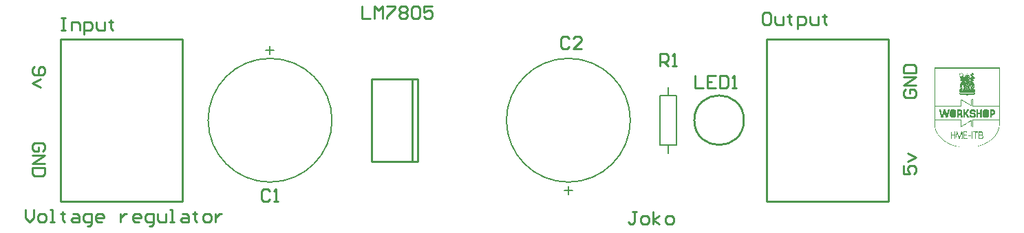
<source format=gto>
G04*
G04 #@! TF.GenerationSoftware,Altium Limited,Altium Designer,21.6.4 (81)*
G04*
G04 Layer_Color=65535*
%FSLAX44Y44*%
%MOMM*%
G71*
G04*
G04 #@! TF.SameCoordinates,9B3D00D5-71B9-47E7-A398-83BAF539578A*
G04*
G04*
G04 #@! TF.FilePolarity,Positive*
G04*
G01*
G75*
%ADD10C,0.2000*%
%ADD11C,0.2540*%
%ADD12C,0.1500*%
G36*
X1551694Y924439D02*
X1551771Y924155D01*
X1551642Y923820D01*
X1551539Y923717D01*
X1551178Y923613D01*
X1550275Y923639D01*
X1550198Y923613D01*
X1550043Y923665D01*
X1549475Y923613D01*
X1549243Y923433D01*
X1549192Y923226D01*
X1549217Y922478D01*
X1549192Y916777D01*
X1549243Y916622D01*
X1549192Y916003D01*
X1548960Y915720D01*
X1548727Y915694D01*
X1548521Y915745D01*
X1548418Y915849D01*
X1548366Y916210D01*
Y919667D01*
Y919718D01*
X1548315Y923484D01*
X1548186Y923613D01*
X1547979Y923665D01*
X1547437Y923639D01*
X1546586Y923665D01*
X1546431Y923613D01*
X1546070Y923665D01*
X1545890Y923794D01*
X1545786Y924155D01*
X1545864Y924439D01*
X1546019Y924594D01*
X1546380Y924645D01*
X1549037Y924620D01*
X1551333Y924645D01*
X1551694Y924439D01*
D02*
G37*
G36*
X1538176Y924594D02*
X1538409Y924413D01*
X1538460Y924052D01*
X1538305Y923794D01*
X1538228Y923717D01*
X1537867Y923613D01*
X1536267Y923665D01*
X1535365Y923639D01*
X1534823Y923665D01*
X1534642Y923484D01*
X1534591Y923278D01*
X1534616Y922427D01*
X1534591Y922195D01*
X1534642Y922040D01*
X1534591Y921214D01*
X1534720Y920879D01*
X1534978Y920776D01*
X1535803Y920827D01*
X1537093Y920776D01*
X1537609Y920827D01*
X1537970Y920776D01*
X1538073Y920673D01*
X1538151Y920647D01*
X1538254Y920389D01*
X1538202Y920079D01*
X1538022Y919899D01*
X1537815Y919847D01*
X1535081Y919899D01*
X1535029D01*
X1534823Y919847D01*
X1534694Y919770D01*
X1534591Y919409D01*
X1534616Y918454D01*
X1534591Y918170D01*
X1534642Y918016D01*
X1534616Y916958D01*
X1534694Y916777D01*
X1534771Y916700D01*
X1534978Y916648D01*
X1535493Y916700D01*
X1538228Y916648D01*
X1538409Y916468D01*
X1538460Y916261D01*
X1538383Y915978D01*
X1538228Y915771D01*
X1537815Y915668D01*
X1536990Y915720D01*
X1534178Y915694D01*
X1533997Y915771D01*
X1533817Y915952D01*
X1533765Y916468D01*
X1533817Y924413D01*
X1533946Y924542D01*
X1534358Y924645D01*
X1538176Y924594D01*
D02*
G37*
G36*
X1542665Y919796D02*
X1542794Y919460D01*
X1542717Y919176D01*
X1542562Y919022D01*
X1542459Y918970D01*
X1542407D01*
X1542046Y918918D01*
X1541685Y918970D01*
X1539569Y919022D01*
X1539440Y919151D01*
X1539389Y919512D01*
X1539518Y919847D01*
X1539621Y919950D01*
X1539982Y920002D01*
X1540421Y919976D01*
X1541272Y920002D01*
X1541427Y919950D01*
X1542304Y920002D01*
X1542665Y919796D01*
D02*
G37*
G36*
X1532191Y924594D02*
X1532449Y924439D01*
X1532527Y924362D01*
X1532578Y924000D01*
X1532527Y915900D01*
X1532346Y915720D01*
X1531882Y915771D01*
X1531753Y915900D01*
X1531650Y916313D01*
X1531701Y917293D01*
X1531676Y920724D01*
X1531701Y922453D01*
X1531572Y922633D01*
X1531314Y922478D01*
X1531185Y922143D01*
X1531082Y921730D01*
X1531005Y921447D01*
X1530953Y921240D01*
X1530773Y920802D01*
X1530670Y920389D01*
X1530592Y920105D01*
X1530334Y919538D01*
X1530102Y918789D01*
X1529921Y918299D01*
X1529792Y917964D01*
X1529638Y917448D01*
X1529457Y916958D01*
X1529328Y916674D01*
X1529173Y916158D01*
X1528967Y915797D01*
X1528735Y915720D01*
X1528503Y915849D01*
X1528477Y915874D01*
X1528348Y916003D01*
X1528245Y916261D01*
X1528141Y916622D01*
X1527909Y917267D01*
X1527625Y917912D01*
X1527548Y918196D01*
X1527496Y918402D01*
X1527290Y918970D01*
X1527110Y919409D01*
X1527032Y919692D01*
X1526980Y919899D01*
X1526774Y920466D01*
X1526645Y920802D01*
X1526542Y921163D01*
X1526490Y921369D01*
X1526310Y921859D01*
X1525949Y922891D01*
X1525897Y922994D01*
X1525794Y922943D01*
X1525717Y922865D01*
X1525665Y922195D01*
X1525717Y921060D01*
X1525768Y920544D01*
X1525717Y920389D01*
X1525665Y915849D01*
X1525536Y915720D01*
X1525329Y915668D01*
X1525072Y915771D01*
X1524943Y916055D01*
X1524891Y916416D01*
X1524943Y916932D01*
X1524891Y917758D01*
X1524943Y924310D01*
X1525123Y924542D01*
X1525484Y924645D01*
X1526000Y924594D01*
X1526103Y924491D01*
X1526207Y924439D01*
X1526439Y924052D01*
X1526542Y923794D01*
X1526645Y923433D01*
X1526748Y923020D01*
X1527058Y922349D01*
X1527213Y921730D01*
X1527393Y921240D01*
X1527574Y920802D01*
X1527625Y920595D01*
X1527729Y920234D01*
X1527858Y919899D01*
X1527961Y919641D01*
X1528090Y919357D01*
X1528141Y919151D01*
X1528245Y918789D01*
X1528296Y918583D01*
X1528528Y917938D01*
X1528683Y917680D01*
X1528838Y917629D01*
X1528967Y917758D01*
X1529070Y918170D01*
X1529147Y918506D01*
X1529302Y918918D01*
X1529483Y919512D01*
X1529586Y919873D01*
X1529715Y920208D01*
X1529844Y920492D01*
X1529947Y920750D01*
X1530025Y921085D01*
X1530076Y921292D01*
X1530282Y921808D01*
X1530412Y922143D01*
X1530489Y922478D01*
X1530592Y922891D01*
X1530695Y923149D01*
X1530979Y923794D01*
X1531031Y924000D01*
X1531160Y924336D01*
X1531263Y924491D01*
X1531521Y924594D01*
X1532037Y924645D01*
X1532191Y924594D01*
D02*
G37*
G36*
X1544729Y924542D02*
X1544806Y924465D01*
X1544909Y924207D01*
X1544858Y923381D01*
X1544909Y923226D01*
X1544858Y923020D01*
Y918273D01*
Y918222D01*
X1544884Y916132D01*
X1544780Y915874D01*
X1544626Y915720D01*
X1544161Y915771D01*
X1544032Y915900D01*
X1543981Y916261D01*
X1543955Y919950D01*
X1544007Y924336D01*
X1544135Y924516D01*
X1544419Y924594D01*
X1544729Y924542D01*
D02*
G37*
G36*
X1556079Y924594D02*
X1556234Y924542D01*
X1556518Y924465D01*
X1556802Y924284D01*
X1557292Y923949D01*
X1557343Y923846D01*
X1557447Y923691D01*
X1557472Y923665D01*
X1557756Y923020D01*
X1557808Y922349D01*
X1557756Y921421D01*
X1557343Y920544D01*
X1557395Y920286D01*
X1557808Y919873D01*
X1557911Y919615D01*
X1558066Y919099D01*
X1558117Y918893D01*
X1558169Y918377D01*
X1558117Y917654D01*
X1558066Y917500D01*
X1557988Y917216D01*
X1557834Y916803D01*
X1557653Y916519D01*
X1557447Y916313D01*
X1557421Y916236D01*
X1557318Y916184D01*
X1557215Y916081D01*
X1556750Y915874D01*
X1556389Y915771D01*
X1556028Y915720D01*
X1553010Y915694D01*
X1552829Y915823D01*
X1552752Y915900D01*
X1552700Y916107D01*
X1552648Y917396D01*
X1552674Y920931D01*
X1552648Y923433D01*
X1552700Y923588D01*
X1552648Y924104D01*
X1552726Y924387D01*
X1552829Y924542D01*
X1553242Y924645D01*
X1556079Y924594D01*
D02*
G37*
G36*
X1519164Y924465D02*
X1519216Y924104D01*
X1519267Y920956D01*
X1519345Y920827D01*
X1519551Y920776D01*
X1520299Y920802D01*
X1521460Y920776D01*
X1521615Y920827D01*
X1522440Y920776D01*
X1522698Y920879D01*
X1522827Y921008D01*
X1522879Y921369D01*
X1522827Y922504D01*
X1522853Y923768D01*
X1522827Y924258D01*
X1523008Y924542D01*
X1523214Y924594D01*
X1523575Y924542D01*
X1523653Y924465D01*
X1523704Y924258D01*
X1523756Y923949D01*
X1523704Y923794D01*
X1523653Y915849D01*
X1523524Y915720D01*
X1523266Y915668D01*
X1522930Y915849D01*
X1522827Y916210D01*
X1522853Y917164D01*
X1522827Y918686D01*
Y918738D01*
X1522879Y919099D01*
X1522827Y919615D01*
X1522647Y919796D01*
X1522285Y919847D01*
X1521512Y919796D01*
X1521357Y919847D01*
X1519938Y919821D01*
X1519448Y919847D01*
X1519319Y919770D01*
X1519216Y919512D01*
X1519164Y915900D01*
X1519087Y915771D01*
X1518829Y915668D01*
X1518622Y915720D01*
X1518519Y915771D01*
X1518390Y915900D01*
X1518287Y916313D01*
X1518339Y917758D01*
X1518313Y924233D01*
X1518416Y924491D01*
X1518519Y924542D01*
X1518829Y924645D01*
X1519164Y924465D01*
D02*
G37*
G36*
X1578239Y1003248D02*
X1578316Y1002810D01*
X1578368Y1002604D01*
X1578419Y1000075D01*
X1578445Y984623D01*
X1578394Y984468D01*
Y977968D01*
Y977916D01*
X1578419Y975156D01*
X1578394Y974923D01*
X1578445Y974769D01*
X1578419Y971492D01*
X1578445Y966823D01*
X1578394Y966668D01*
X1578419Y963702D01*
X1578394Y963470D01*
X1578445Y963315D01*
X1578419Y956891D01*
X1578445Y956040D01*
X1578394Y955885D01*
X1578445Y955215D01*
X1578419Y940536D01*
X1578445Y933494D01*
X1578394Y933339D01*
X1578342Y932565D01*
X1578291Y932410D01*
X1578187Y931533D01*
X1578136Y930553D01*
X1578084Y930192D01*
X1578007Y929753D01*
X1577955Y929547D01*
X1577852Y929289D01*
X1577671Y928695D01*
X1577620Y928334D01*
X1577491Y927793D01*
X1577259Y927406D01*
X1577181Y927070D01*
X1577130Y926761D01*
X1577078Y926503D01*
X1576975Y926245D01*
X1576743Y925858D01*
X1576588Y925342D01*
X1576124Y924362D01*
X1576046Y924078D01*
X1575840Y923768D01*
X1575762Y923691D01*
X1575659Y923433D01*
X1575530Y923098D01*
X1575350Y922865D01*
X1575298Y922762D01*
X1574937Y922091D01*
X1574782Y921937D01*
X1574421Y921266D01*
X1574266Y921111D01*
X1574215Y921008D01*
X1574008Y920647D01*
X1573802Y920440D01*
X1573750Y920337D01*
X1573415Y919847D01*
X1573234Y919667D01*
X1573028Y919305D01*
X1572718Y918996D01*
X1572667Y918893D01*
X1572435Y918609D01*
X1572151Y918325D01*
X1572099Y918222D01*
X1571687Y917809D01*
X1571635Y917706D01*
X1571274Y917345D01*
X1571222Y917242D01*
X1570938Y916958D01*
X1570861Y916932D01*
X1570809Y916829D01*
X1570706Y916726D01*
X1570655Y916622D01*
X1570113Y916081D01*
X1570010Y916029D01*
X1569778Y915849D01*
X1569726Y915745D01*
X1569494Y915513D01*
X1569391Y915462D01*
X1569029Y915100D01*
X1568926Y915049D01*
X1568565Y914688D01*
X1568462Y914636D01*
X1568359Y914533D01*
X1568255Y914481D01*
X1568127Y914301D01*
X1568049Y914223D01*
X1567946Y914172D01*
X1567662Y913940D01*
X1567430Y913707D01*
X1567327Y913656D01*
X1567224Y913553D01*
X1567121Y913501D01*
X1566837Y913269D01*
X1566450Y913037D01*
X1566347Y912985D01*
X1566089Y912727D01*
X1565624Y912469D01*
X1565470Y912314D01*
X1565366Y912263D01*
X1564799Y911953D01*
X1564696Y911850D01*
X1564592Y911798D01*
X1564489Y911695D01*
X1564128Y911489D01*
X1563973Y911334D01*
X1563870Y911283D01*
X1563612Y911179D01*
X1563277Y911050D01*
X1562993Y910767D01*
X1562735Y910663D01*
X1562271Y910405D01*
X1562168Y910302D01*
X1561909Y910199D01*
X1561703Y910147D01*
X1561342Y909941D01*
X1561187Y909786D01*
X1560929Y909683D01*
X1560594Y909554D01*
X1560413Y909425D01*
X1560310Y909322D01*
X1560052Y909219D01*
X1559717Y909141D01*
X1559459Y909038D01*
X1559227Y908806D01*
X1558866Y908703D01*
X1558401Y908600D01*
X1558246Y908445D01*
X1558143Y908393D01*
X1557782Y908239D01*
X1557421Y908187D01*
X1557086Y908058D01*
X1556750Y907826D01*
X1556389Y907723D01*
X1555976Y907671D01*
X1555409Y907310D01*
X1555202Y907258D01*
X1554325Y907155D01*
X1553964Y906949D01*
X1553603Y906794D01*
X1553242Y906742D01*
X1552158Y906691D01*
X1552003Y906639D01*
X1551668Y906613D01*
X1551849Y906742D01*
X1552107Y907000D01*
X1552442Y907078D01*
X1552700Y907129D01*
X1553526Y907336D01*
X1553938Y907490D01*
X1554222Y907619D01*
X1554557Y907697D01*
X1554841Y907774D01*
X1555331Y907955D01*
X1555615Y908084D01*
X1555873Y908187D01*
X1556157Y908264D01*
X1556570Y908419D01*
X1557215Y908703D01*
X1557859Y908935D01*
X1558195Y909116D01*
X1558453Y909219D01*
X1558788Y909348D01*
X1559846Y909838D01*
X1560310Y910096D01*
X1560671Y910251D01*
X1561136Y910509D01*
X1561497Y910715D01*
X1562064Y911025D01*
X1562838Y911437D01*
X1562941Y911541D01*
X1563045Y911592D01*
X1563612Y911902D01*
X1563973Y912160D01*
X1564438Y912418D01*
X1564592Y912572D01*
X1564696Y912624D01*
X1565341Y913063D01*
X1565908Y913424D01*
X1566089Y913604D01*
X1566192Y913656D01*
X1566553Y913914D01*
X1566759Y914120D01*
X1566862Y914172D01*
X1567507Y914662D01*
X1567585Y914739D01*
X1567688Y914791D01*
X1567998Y915100D01*
X1568101Y915152D01*
X1568255Y915307D01*
X1568359Y915358D01*
X1568772Y915771D01*
X1568875Y915823D01*
X1569339Y916287D01*
X1569442Y916339D01*
X1569520Y916416D01*
X1569571Y916519D01*
X1569752Y916700D01*
X1569855Y916751D01*
X1570087Y916984D01*
X1570139Y917087D01*
X1570268Y917216D01*
X1570371Y917267D01*
X1570551Y917448D01*
X1570603Y917551D01*
X1571067Y918016D01*
X1571119Y918119D01*
X1571532Y918531D01*
X1571583Y918635D01*
X1571944Y918996D01*
X1571996Y919099D01*
X1572099Y919202D01*
X1572151Y919305D01*
X1572357Y919512D01*
X1572409Y919615D01*
X1572512Y919718D01*
X1572564Y919821D01*
X1572667Y919924D01*
X1572718Y920028D01*
X1572873Y920182D01*
X1572925Y920286D01*
X1573028Y920389D01*
X1573234Y920750D01*
X1573441Y920956D01*
X1573492Y921060D01*
X1573828Y921550D01*
X1574060Y921937D01*
X1574266Y922298D01*
X1574369Y922401D01*
X1574782Y923175D01*
X1574989Y923484D01*
X1575117Y923820D01*
X1575504Y924568D01*
X1575633Y924903D01*
X1575866Y925342D01*
X1576020Y925703D01*
X1576072Y925909D01*
X1576201Y926245D01*
X1576433Y926786D01*
X1576510Y927122D01*
X1576562Y927328D01*
X1576717Y927741D01*
X1576846Y928025D01*
X1576949Y928438D01*
X1577027Y928928D01*
X1577078Y929186D01*
X1577181Y929598D01*
X1577310Y930037D01*
X1577362Y930243D01*
X1577413Y930604D01*
X1577465Y930811D01*
X1577542Y931868D01*
X1577594Y932488D01*
X1577646Y932952D01*
X1577671Y938344D01*
X1577439Y938627D01*
X1577233Y938679D01*
X1576717Y938627D01*
X1546251Y938653D01*
X1545993Y938601D01*
X1545915Y938524D01*
X1545838Y938498D01*
X1545735Y938137D01*
X1545786Y936693D01*
X1545735Y930656D01*
X1545658Y930527D01*
X1545554Y930475D01*
X1545296Y930372D01*
X1543594Y930424D01*
X1543413Y930604D01*
X1543362Y930966D01*
X1543387Y937183D01*
X1543336Y937389D01*
X1543233Y937492D01*
X1542923Y937441D01*
X1542820Y937337D01*
X1542717Y937286D01*
X1542613Y937183D01*
X1542510Y937131D01*
X1542149Y936873D01*
X1541478Y936512D01*
X1541014Y936254D01*
X1540446Y935893D01*
X1539982Y935635D01*
X1539673Y935428D01*
X1539105Y935119D01*
X1539002Y935016D01*
X1538899Y934964D01*
X1538434Y934706D01*
X1538125Y934500D01*
X1538022Y934448D01*
X1537557Y934190D01*
X1537196Y933932D01*
X1536629Y933623D01*
X1536267Y933416D01*
X1536164Y933365D01*
X1535339Y932849D01*
X1534978Y932642D01*
X1534668Y932436D01*
X1534100Y932126D01*
X1533997Y932023D01*
X1533327Y931662D01*
X1532965Y931404D01*
X1532811Y931352D01*
X1532037Y930888D01*
X1531933Y930837D01*
X1531650Y930604D01*
X1531314Y930424D01*
X1531108Y930372D01*
X1530953Y930321D01*
X1530721Y930501D01*
X1530695Y930837D01*
X1530747Y937956D01*
X1530773Y938034D01*
X1530721Y938189D01*
X1530670Y938447D01*
X1530540Y938576D01*
X1530128Y938679D01*
X1529973Y938627D01*
X1499146Y938653D01*
X1498888Y938498D01*
X1498785Y938137D01*
X1498836Y937260D01*
X1498785Y937105D01*
X1498836Y933339D01*
X1498888Y932101D01*
X1498939Y931946D01*
X1499017Y930888D01*
X1499068Y930475D01*
X1499275Y929650D01*
X1499352Y929366D01*
X1499404Y929160D01*
X1499507Y928541D01*
X1499558Y928334D01*
X1499636Y928051D01*
X1499739Y927793D01*
X1499868Y927509D01*
X1499971Y927148D01*
X1500049Y926812D01*
X1500152Y926554D01*
X1500436Y925909D01*
X1500487Y925703D01*
X1500642Y925290D01*
X1500848Y924981D01*
X1501080Y924336D01*
X1501261Y924052D01*
X1501467Y923588D01*
X1501674Y923226D01*
X1501880Y922917D01*
X1502190Y922349D01*
X1502396Y922040D01*
X1502654Y921575D01*
X1503015Y921060D01*
X1503067Y920956D01*
X1503299Y920673D01*
X1503376Y920595D01*
X1503583Y920234D01*
X1503789Y920028D01*
X1503841Y919924D01*
X1503944Y919821D01*
X1503996Y919718D01*
X1504228Y919434D01*
X1504305Y919357D01*
X1504357Y919254D01*
X1504460Y919151D01*
X1504511Y919047D01*
X1504873Y918686D01*
X1504924Y918583D01*
X1505079Y918428D01*
X1505131Y918325D01*
X1505208Y918248D01*
X1505311Y918196D01*
X1505440Y918016D01*
X1505621Y917783D01*
X1505724Y917732D01*
X1505853Y917603D01*
X1505905Y917500D01*
X1507168Y916236D01*
X1507272Y916184D01*
X1507736Y915720D01*
X1507839Y915668D01*
X1508252Y915255D01*
X1508355Y915204D01*
X1508665Y914894D01*
X1508768Y914843D01*
X1508974Y914636D01*
X1509077Y914585D01*
X1509284Y914378D01*
X1509387Y914327D01*
X1510032Y913836D01*
X1510109Y913759D01*
X1510213Y913707D01*
X1510496Y913475D01*
X1510677Y913346D01*
X1511167Y913011D01*
X1511477Y912805D01*
X1511889Y912547D01*
X1512018Y912418D01*
X1512121Y912366D01*
X1512483Y912160D01*
X1512844Y911902D01*
X1512947Y911850D01*
X1513515Y911541D01*
X1513618Y911437D01*
X1514392Y911025D01*
X1514701Y910818D01*
X1514908Y910767D01*
X1515269Y910560D01*
X1515372Y910457D01*
X1515475Y910405D01*
X1515836Y910251D01*
X1516172Y910122D01*
X1516249Y910044D01*
X1516352Y909993D01*
X1516817Y909786D01*
X1517152Y909657D01*
X1517462Y909451D01*
X1517745Y909322D01*
X1518235Y909141D01*
X1518983Y908806D01*
X1519628Y908574D01*
X1519964Y908393D01*
X1520480Y908239D01*
X1520970Y908058D01*
X1521512Y907826D01*
X1521795Y907748D01*
X1522053Y907697D01*
X1522466Y907542D01*
X1522750Y907413D01*
X1523111Y907310D01*
X1523704Y907181D01*
X1524581Y906871D01*
X1524814Y906794D01*
X1525020Y906742D01*
X1525459Y906665D01*
X1525665Y906613D01*
X1526232Y906459D01*
X1526336Y906407D01*
X1526310Y906330D01*
X1524814Y906278D01*
X1524659Y906330D01*
X1524375Y906407D01*
X1523833Y906639D01*
X1523627Y906691D01*
X1522801Y906742D01*
X1522027Y907103D01*
X1521821Y907155D01*
X1521460Y907207D01*
X1521254Y907258D01*
X1520970Y907336D01*
X1520789Y907465D01*
X1520325Y907671D01*
X1519783Y907800D01*
X1519499Y907981D01*
X1519138Y908135D01*
X1518932Y908187D01*
X1518545Y908264D01*
X1518364Y908342D01*
X1518003Y908600D01*
X1517410Y908729D01*
X1517229Y908806D01*
X1516868Y909064D01*
X1516507Y909167D01*
X1516172Y909296D01*
X1516043Y909425D01*
X1515939Y909477D01*
X1515475Y909683D01*
X1515011Y909941D01*
X1514443Y910199D01*
X1514340Y910251D01*
X1513979Y910509D01*
X1513876Y910560D01*
X1513308Y910870D01*
X1513153Y911025D01*
X1512895Y911128D01*
X1512560Y911257D01*
X1512328Y911489D01*
X1512225Y911541D01*
X1511864Y911747D01*
X1511580Y911979D01*
X1511502Y912056D01*
X1511038Y912314D01*
X1510832Y912521D01*
X1510728Y912572D01*
X1510367Y912779D01*
X1510161Y912985D01*
X1510058Y913037D01*
X1509568Y913372D01*
X1509490Y913449D01*
X1509387Y913501D01*
X1508923Y913862D01*
X1508716Y914069D01*
X1508613Y914120D01*
X1508329Y914352D01*
X1508097Y914585D01*
X1507994Y914636D01*
X1507633Y914997D01*
X1507530Y915049D01*
X1507426Y915152D01*
X1507323Y915204D01*
X1507014Y915513D01*
X1506911Y915565D01*
X1506730Y915745D01*
X1506678Y915849D01*
X1506549Y915978D01*
X1506446Y916029D01*
X1506343Y916132D01*
X1506240Y916184D01*
X1505801Y916622D01*
X1505750Y916726D01*
X1505569Y916958D01*
X1505466Y917009D01*
X1505182Y917293D01*
X1505131Y917396D01*
X1504821Y917706D01*
X1504769Y917809D01*
X1504305Y918273D01*
X1504254Y918377D01*
X1503892Y918738D01*
X1503841Y918841D01*
X1503609Y919125D01*
X1503428Y919305D01*
X1503376Y919409D01*
X1503118Y919770D01*
X1502964Y919924D01*
X1502912Y920028D01*
X1502706Y920389D01*
X1502448Y920647D01*
X1502190Y921111D01*
X1501983Y921318D01*
X1501932Y921421D01*
X1501622Y921988D01*
X1501519Y922091D01*
X1501467Y922195D01*
X1501158Y922762D01*
X1500952Y923072D01*
X1500771Y923562D01*
X1500590Y923846D01*
X1500436Y924104D01*
X1500229Y924671D01*
X1499971Y925032D01*
X1499894Y925316D01*
X1499842Y925574D01*
X1499791Y925780D01*
X1499687Y926038D01*
X1499558Y926167D01*
X1499455Y926425D01*
X1499352Y926838D01*
X1499275Y927225D01*
X1499171Y927483D01*
X1498939Y928025D01*
X1498888Y928386D01*
X1498836Y929057D01*
X1498733Y929315D01*
X1498475Y929985D01*
X1498423Y930501D01*
X1498320Y931843D01*
X1498269Y932049D01*
X1498191Y932591D01*
X1498140Y933003D01*
X1498088Y933519D01*
X1498036Y936460D01*
X1498011Y956143D01*
X1498062Y956298D01*
X1498114Y1002939D01*
X1498165Y1003094D01*
X1498191Y1003274D01*
X1578239Y1003248D01*
D02*
G37*
G36*
X1527393Y906072D02*
X1527471Y905994D01*
X1527187Y905917D01*
X1527135Y905968D01*
X1527084D01*
X1526903Y906046D01*
X1526929Y906123D01*
X1527393Y906072D01*
D02*
G37*
G36*
X1531392Y905478D02*
X1531366Y905452D01*
X1531340Y905478D01*
X1531366Y905504D01*
X1531392Y905478D01*
D02*
G37*
G36*
X1528631Y905968D02*
X1528889Y905865D01*
X1529509Y905710D01*
X1530025Y905659D01*
X1530644Y905607D01*
X1530747Y905556D01*
X1530798D01*
X1531185Y905478D01*
X1530902Y905401D01*
X1530257Y905375D01*
X1529173Y905427D01*
X1528915Y905530D01*
X1528838Y905607D01*
X1528735Y905659D01*
X1528374Y905814D01*
X1528141Y905943D01*
X1528219Y906020D01*
X1528631Y905968D01*
D02*
G37*
G36*
X1545245Y905504D02*
X1545271Y905478D01*
X1545193Y905401D01*
X1544935Y905349D01*
X1544884D01*
X1544497Y905427D01*
X1544522Y905504D01*
X1544729Y905556D01*
X1545245Y905504D01*
D02*
G37*
%LPC*%
G36*
X1555718Y923613D02*
X1553603Y923562D01*
X1553474Y923278D01*
X1553500Y922582D01*
X1553474Y921214D01*
X1553629Y920956D01*
X1553706Y920879D01*
X1556131Y920931D01*
X1556286Y920982D01*
X1556647Y921189D01*
X1556828Y921627D01*
X1556879Y921833D01*
X1556931Y922349D01*
X1556879Y922504D01*
X1556828Y922917D01*
X1556621Y923278D01*
X1556492Y923407D01*
X1556441D01*
X1556415Y923433D01*
X1556079Y923562D01*
X1555718Y923613D01*
D02*
G37*
G36*
X1556131Y919899D02*
X1553603Y919847D01*
X1553474Y919563D01*
X1553526Y916880D01*
X1553654Y916751D01*
X1553861Y916700D01*
X1554480D01*
X1554712Y916726D01*
X1556028Y916700D01*
X1556183Y916751D01*
X1556595Y916803D01*
X1556698Y916906D01*
X1556802Y916958D01*
X1557137Y917293D01*
X1557240Y917654D01*
X1557292Y918170D01*
X1557240Y919099D01*
X1557034Y919460D01*
X1556853Y919589D01*
X1556544Y919796D01*
X1556131Y919899D01*
D02*
G37*
G36*
X1577233Y1002397D02*
X1576717Y1002346D01*
X1499146Y1002371D01*
X1498862Y1002191D01*
X1498785Y1001959D01*
X1498836Y1000978D01*
X1498810Y970099D01*
X1498836Y963624D01*
X1498785Y963470D01*
X1498810Y958594D01*
X1498785Y957485D01*
X1498836Y957330D01*
X1498785Y956453D01*
X1498965Y956169D01*
X1499326Y956066D01*
X1499481Y956117D01*
X1530540Y956169D01*
X1530670Y956298D01*
X1530773Y956556D01*
X1530721Y957227D01*
X1530773Y964347D01*
X1530850Y964424D01*
X1531263Y964372D01*
X1531624Y964166D01*
X1531908Y963934D01*
X1532707Y963495D01*
X1533017Y963289D01*
X1533481Y963031D01*
X1533791Y962825D01*
X1534255Y962567D01*
X1534616Y962309D01*
X1535287Y961948D01*
X1535597Y961741D01*
X1536061Y961483D01*
X1536371Y961277D01*
X1536835Y961019D01*
X1537557Y960606D01*
X1537660Y960503D01*
X1537764Y960451D01*
X1538331Y960142D01*
X1538692Y959884D01*
X1539363Y959523D01*
X1539673Y959316D01*
X1540137Y959058D01*
X1540498Y958800D01*
X1541169Y958439D01*
X1541633Y958181D01*
X1541994Y957923D01*
X1542097Y957872D01*
X1542562Y957614D01*
X1542846Y957382D01*
X1543078Y957253D01*
X1543284Y957304D01*
X1543362Y957382D01*
X1543413Y957691D01*
X1543362Y957846D01*
X1543413Y964089D01*
X1543594Y964269D01*
X1543800Y964321D01*
X1545167Y964347D01*
X1545425Y964295D01*
X1545606Y964166D01*
X1545735Y964037D01*
X1545786Y963831D01*
X1545761Y963031D01*
X1545786Y956969D01*
X1545735Y956814D01*
X1545786Y956350D01*
X1545967Y956169D01*
X1546173Y956117D01*
X1577310Y956092D01*
X1577491Y956169D01*
X1577671Y956350D01*
X1577723Y956711D01*
X1577671Y956917D01*
Y979464D01*
Y979515D01*
X1577697Y1001984D01*
X1577620Y1002165D01*
X1577439Y1002346D01*
X1577233Y1002397D01*
D02*
G37*
G36*
X1544574Y963495D02*
X1544368Y963444D01*
X1544290Y963366D01*
X1544239Y963160D01*
X1544264Y956169D01*
X1544213Y955911D01*
X1544110Y955808D01*
X1543697Y955860D01*
X1542975Y956376D01*
X1542871Y956427D01*
X1542149Y956840D01*
X1541839Y957046D01*
X1541375Y957304D01*
X1541014Y957562D01*
X1540446Y957872D01*
X1540137Y958078D01*
X1539569Y958388D01*
X1539260Y958594D01*
X1538795Y958852D01*
X1538486Y959058D01*
X1537918Y959368D01*
X1537609Y959574D01*
X1537144Y959832D01*
X1536835Y960039D01*
X1536267Y960348D01*
X1536164Y960451D01*
X1536061Y960503D01*
X1535597Y960761D01*
X1535287Y960967D01*
X1535184Y961019D01*
X1534720Y961277D01*
X1534358Y961535D01*
X1533791Y961844D01*
X1533688Y961948D01*
X1532914Y962360D01*
X1532604Y962567D01*
X1532243Y962773D01*
X1532088Y962928D01*
X1531882Y962980D01*
X1531676Y962928D01*
X1531598Y962696D01*
X1531650Y961715D01*
X1531598Y955473D01*
X1531469Y955292D01*
X1531056Y955189D01*
X1499146Y955215D01*
X1498965Y955137D01*
X1498836Y955008D01*
X1498785Y954802D01*
X1498836Y954131D01*
X1498810Y939762D01*
X1498914Y939556D01*
X1499275Y939453D01*
X1499791Y939504D01*
X1531366Y939453D01*
X1531547Y939324D01*
X1531650Y938911D01*
X1531598Y938447D01*
X1531650Y938292D01*
X1531624Y932023D01*
X1531701Y931843D01*
X1531779Y931765D01*
X1531985Y931817D01*
X1532346Y932075D01*
X1532707Y932281D01*
X1533017Y932488D01*
X1533120Y932539D01*
X1533481Y932746D01*
X1533791Y932952D01*
X1534255Y933210D01*
X1534565Y933416D01*
X1535132Y933726D01*
X1535235Y933829D01*
X1536009Y934242D01*
X1536113Y934345D01*
X1536783Y934706D01*
X1537144Y934964D01*
X1537712Y935274D01*
X1538022Y935480D01*
X1538486Y935738D01*
X1538795Y935944D01*
X1539260Y936202D01*
X1539569Y936409D01*
X1539673Y936460D01*
X1540137Y936718D01*
X1540240Y936821D01*
X1540911Y937183D01*
X1541220Y937389D01*
X1541685Y937647D01*
X1541994Y937853D01*
X1542459Y938111D01*
X1542768Y938318D01*
X1543336Y938627D01*
X1543542Y938834D01*
X1543903Y938937D01*
X1544161Y938885D01*
X1544239Y938808D01*
X1544290Y938447D01*
X1544239Y938085D01*
Y935196D01*
Y935145D01*
X1544290Y931430D01*
X1544368Y931301D01*
X1544574Y931249D01*
X1544729Y931301D01*
X1544858Y931430D01*
X1544909Y931636D01*
X1544961Y939324D01*
X1545090Y939453D01*
X1545606Y939504D01*
X1577362Y939479D01*
X1577542Y939556D01*
X1577671Y939685D01*
X1577697Y954828D01*
X1577646Y955034D01*
X1577542Y955137D01*
X1577284Y955240D01*
X1576459Y955189D01*
X1545090Y955240D01*
X1544961Y955369D01*
X1544909Y955576D01*
X1544858Y963366D01*
X1544780Y963444D01*
X1544574Y963495D01*
D02*
G37*
%LPD*%
G36*
X1530592Y996619D02*
X1530773Y996283D01*
X1530721Y996025D01*
X1530592Y995896D01*
X1530257Y995767D01*
X1530102Y995664D01*
X1529973Y995329D01*
X1529818Y995174D01*
X1529457Y995122D01*
X1529173Y995406D01*
Y995458D01*
Y995509D01*
X1529122Y995664D01*
X1529302Y995896D01*
X1529663Y995948D01*
X1529870Y996000D01*
X1529999Y996335D01*
X1530050Y996541D01*
X1530179Y996670D01*
X1530592Y996619D01*
D02*
G37*
G36*
X1538512Y995664D02*
X1538563Y995458D01*
X1538512Y995148D01*
X1538434Y995122D01*
X1538409Y995097D01*
X1538176Y995019D01*
X1537918Y995174D01*
X1537893Y995509D01*
X1538073Y995742D01*
X1538280Y995793D01*
X1538512Y995664D01*
D02*
G37*
G36*
X1544574Y997031D02*
X1544832Y996928D01*
X1545116Y996851D01*
X1545632Y996541D01*
X1545709Y996464D01*
X1545812Y996412D01*
X1546044Y996180D01*
X1546096Y996077D01*
X1546251Y995922D01*
X1546302Y995819D01*
X1546406Y995716D01*
X1546715Y994942D01*
X1546767Y994735D01*
X1546715Y994168D01*
X1546638Y994090D01*
X1546380Y994142D01*
X1546019Y994297D01*
X1545761Y994400D01*
X1545554Y994452D01*
X1545141Y994400D01*
X1544780Y994194D01*
X1544651Y994116D01*
X1544600Y994013D01*
X1544497Y993755D01*
X1544548Y993291D01*
X1544677Y993265D01*
X1544961Y993497D01*
X1545090Y993626D01*
X1545296Y993678D01*
X1545477Y993704D01*
X1545683Y993652D01*
X1545735Y993497D01*
X1545632Y993084D01*
X1545683Y992878D01*
X1545864Y992698D01*
X1545967Y992646D01*
X1546173Y992233D01*
X1546380Y992182D01*
X1546638Y992130D01*
X1546715Y992053D01*
X1546767Y991691D01*
X1547050Y991614D01*
X1547231Y991537D01*
X1547283Y991330D01*
X1547412Y991047D01*
X1547747Y990918D01*
X1547902Y990763D01*
X1547850Y990453D01*
X1547670Y990273D01*
X1547566Y990221D01*
X1547257Y989911D01*
X1547154Y989860D01*
X1547025Y989731D01*
X1546973Y989525D01*
X1546792Y989189D01*
X1546535Y989137D01*
X1546380Y989189D01*
X1546044Y989318D01*
X1545554Y989808D01*
X1545451Y989860D01*
X1545245Y990169D01*
X1544987Y990273D01*
X1544909Y990247D01*
X1545013Y989989D01*
X1545374Y989628D01*
X1545529Y989370D01*
X1546328Y988570D01*
X1546431Y988518D01*
X1546792Y988312D01*
X1546870Y988080D01*
X1546715Y987822D01*
X1546509Y987616D01*
X1546457Y987512D01*
X1546354Y987409D01*
X1546302Y987306D01*
X1545864Y986867D01*
X1545193Y986558D01*
X1544884Y986506D01*
X1544858Y986326D01*
X1545090Y986042D01*
X1545271Y985965D01*
X1545296Y985939D01*
X1545580Y985706D01*
X1545761Y985578D01*
X1545838Y985500D01*
X1545890Y985397D01*
X1545993Y985294D01*
X1546044Y985191D01*
X1546406Y984675D01*
X1546483Y984391D01*
X1546818Y983746D01*
X1546973Y983230D01*
X1547102Y982637D01*
X1547205Y982224D01*
X1547257Y981914D01*
X1547309Y981502D01*
X1547334Y980444D01*
X1547283Y980289D01*
X1547205Y979593D01*
X1546999Y978767D01*
X1546896Y978509D01*
X1546715Y978225D01*
X1546406Y977916D01*
X1546354Y977813D01*
X1546070Y977529D01*
X1545967Y977477D01*
X1545606Y977271D01*
X1545503Y977168D01*
X1545399Y977116D01*
X1545038Y976961D01*
X1544729Y976910D01*
X1544445Y976729D01*
X1544780Y976600D01*
X1545348Y976652D01*
X1545761Y976910D01*
X1546019Y977013D01*
X1546586Y977271D01*
X1546844Y977219D01*
X1547205Y976961D01*
X1547309Y976910D01*
X1547747Y976471D01*
X1547799Y976368D01*
X1547953Y976007D01*
X1548057Y975594D01*
X1548108Y975233D01*
X1548057Y974253D01*
X1548005Y974098D01*
X1547953Y973892D01*
X1547695Y973427D01*
X1547463Y973143D01*
X1547154Y972834D01*
X1547050Y972782D01*
X1546380Y972473D01*
X1545864Y972318D01*
X1545658Y972266D01*
X1544884Y972318D01*
X1544729Y972370D01*
X1544316Y972473D01*
X1543207Y972705D01*
X1542510Y972782D01*
X1541633Y972731D01*
X1541375Y972627D01*
X1541169Y972576D01*
X1540446Y972473D01*
X1540318Y972447D01*
X1540266Y972344D01*
X1540034Y972060D01*
X1539879Y972008D01*
X1539621Y972060D01*
X1539492Y972189D01*
X1539440Y972292D01*
X1539208Y972576D01*
X1538847Y972834D01*
X1538667Y973015D01*
X1538563Y973272D01*
X1538460Y973995D01*
X1538409Y974201D01*
X1538357Y974769D01*
X1538409Y974923D01*
X1538486Y975362D01*
X1538512Y975955D01*
X1538434Y976033D01*
X1537970Y975981D01*
X1537944Y975646D01*
X1537996Y975491D01*
X1538073Y974898D01*
X1538099Y974304D01*
X1538047Y974149D01*
X1537918Y973298D01*
X1537841Y973118D01*
X1537506Y972679D01*
X1537402Y972627D01*
X1537170Y972498D01*
X1537119Y972395D01*
X1537016Y972292D01*
X1536964Y972189D01*
X1536783Y972008D01*
X1536577Y971957D01*
X1536371Y972008D01*
X1536242Y972137D01*
X1536087Y972395D01*
X1536009Y972473D01*
X1535648Y972524D01*
X1534513Y972731D01*
X1533972Y972757D01*
X1532501Y972576D01*
X1532011Y972498D01*
X1531805Y972447D01*
X1531547Y972395D01*
X1531237Y972344D01*
X1530437Y972318D01*
X1530282Y972370D01*
X1529638Y972602D01*
X1529328Y972757D01*
X1529147Y972886D01*
X1529070Y972963D01*
X1529019Y973066D01*
X1528709Y973376D01*
X1528554Y973737D01*
X1528477Y974021D01*
X1528425Y974278D01*
X1528374Y974485D01*
X1528348Y975285D01*
X1528399Y975439D01*
X1528503Y975852D01*
X1528761Y976317D01*
X1529457Y977013D01*
X1529560Y977065D01*
X1529999Y977400D01*
X1530102Y977658D01*
X1530050Y977968D01*
X1529792Y978329D01*
X1529663Y978664D01*
X1529586Y978948D01*
X1529483Y979309D01*
X1529431Y979515D01*
X1529354Y979851D01*
X1529276Y980134D01*
X1529225Y980805D01*
X1529302Y982069D01*
X1529354Y982276D01*
X1529431Y982559D01*
X1529534Y982972D01*
X1529612Y983307D01*
X1530231Y984546D01*
X1530437Y984855D01*
X1530515Y984933D01*
X1530721Y985294D01*
X1531314Y985887D01*
X1531650Y986068D01*
X1531753Y986326D01*
X1531624Y986455D01*
X1531289Y986532D01*
X1531005Y986713D01*
X1530644Y986971D01*
X1530540Y987022D01*
X1530102Y987461D01*
X1530050Y987564D01*
X1529947Y987667D01*
X1529896Y987770D01*
X1529741Y987925D01*
X1529689Y988183D01*
X1529870Y988415D01*
X1529973Y988467D01*
X1530334Y988725D01*
X1530437Y988776D01*
X1530721Y989008D01*
X1530876Y989370D01*
X1530850Y989447D01*
X1530231Y989499D01*
X1530050Y989679D01*
X1529792Y990144D01*
X1529689Y990247D01*
X1529586Y990505D01*
X1529534Y990866D01*
X1529483Y991846D01*
X1529431Y992001D01*
X1529457Y992749D01*
X1529354Y992852D01*
X1528941Y992904D01*
X1528761Y993033D01*
X1528657Y993394D01*
X1528838Y993729D01*
X1529096Y993833D01*
X1529354Y993781D01*
X1529483Y993652D01*
X1529586Y992930D01*
X1529870Y992852D01*
X1530850Y992904D01*
X1531005Y992955D01*
X1531211Y993007D01*
X1531572Y992955D01*
X1531727Y992904D01*
X1531933Y992955D01*
X1532243Y993110D01*
X1532501Y992955D01*
X1532604Y992852D01*
X1532811Y992801D01*
X1533249Y993136D01*
X1533198Y993342D01*
X1533094Y993600D01*
X1533146Y994065D01*
X1533301Y994323D01*
X1533378Y994400D01*
X1533842Y994142D01*
X1533920Y994065D01*
X1533972Y993755D01*
X1533765Y993394D01*
X1533688Y993317D01*
X1533584Y993265D01*
X1533456Y993136D01*
X1533507Y993033D01*
X1533662Y992775D01*
X1533714Y992569D01*
X1533739Y991562D01*
X1533481Y991253D01*
X1533198Y991124D01*
X1533223Y991047D01*
X1533430Y990995D01*
X1534049Y990943D01*
X1534307Y990840D01*
X1534410Y990788D01*
X1534616Y990582D01*
X1534771Y990634D01*
X1534900Y990763D01*
X1534952Y990866D01*
X1535158Y991072D01*
X1535107Y991176D01*
X1535029Y991253D01*
X1534926Y991304D01*
X1534745Y991485D01*
X1534720Y991769D01*
X1534771Y991975D01*
X1535081Y992852D01*
X1535339Y993265D01*
X1535545Y993575D01*
X1535623Y993652D01*
X1535674Y993755D01*
X1535751Y993833D01*
X1535855Y993884D01*
X1536113Y994194D01*
X1536474Y994452D01*
X1537144Y994761D01*
X1537299Y994710D01*
X1537506Y994503D01*
X1537712Y994452D01*
X1538022Y994400D01*
X1538228Y994297D01*
X1538589Y994452D01*
X1539053Y994400D01*
X1539234Y994013D01*
X1539311Y993936D01*
X1539415Y993884D01*
X1539492Y993600D01*
X1539595Y993342D01*
X1539853Y993084D01*
X1539956Y992723D01*
X1540008Y992517D01*
X1540060Y991949D01*
X1540163Y991691D01*
X1539956Y991330D01*
X1539827Y991201D01*
X1539621Y991150D01*
X1539415Y991201D01*
X1538718Y991537D01*
X1538615Y991795D01*
X1538563Y992001D01*
X1538460Y992362D01*
X1538409Y992723D01*
X1538305Y993136D01*
X1538280Y993420D01*
X1538202Y993188D01*
X1538125Y992852D01*
X1538073Y992646D01*
X1537970Y992078D01*
X1537867Y991666D01*
X1537712Y991459D01*
X1537377Y991330D01*
X1537299Y991253D01*
X1537196Y991201D01*
X1537119Y991124D01*
X1537170Y991021D01*
X1537248Y990943D01*
X1537609Y990840D01*
X1537867Y990737D01*
X1537944Y990659D01*
X1538073Y990427D01*
X1538280Y990376D01*
X1538383Y990427D01*
X1538512Y990556D01*
X1538641Y990788D01*
X1539002Y990840D01*
X1539363Y990943D01*
X1539569Y990995D01*
X1540704Y990943D01*
X1541066Y991047D01*
X1541324Y990995D01*
X1541607Y990711D01*
X1541711Y990350D01*
X1541762Y990144D01*
X1541814Y989834D01*
X1541839Y989808D01*
X1541917Y989886D01*
X1541943Y990015D01*
X1541917Y990092D01*
X1541969Y990247D01*
X1541917Y990402D01*
X1541969Y990556D01*
X1542123Y990814D01*
X1542407Y990943D01*
X1542768Y990995D01*
X1544135Y990969D01*
X1544084Y991072D01*
X1544007Y991150D01*
X1543723Y991227D01*
X1543516Y991433D01*
X1543490Y991666D01*
X1543542Y991872D01*
X1543671Y992001D01*
X1543723Y992104D01*
X1543981Y992362D01*
X1544032Y992465D01*
X1544084Y992620D01*
X1544032Y992723D01*
X1543955Y992801D01*
X1543645Y992852D01*
X1543362Y993136D01*
X1543310Y993239D01*
X1543233Y993317D01*
X1543129Y993368D01*
X1542897Y993600D01*
X1542846Y993704D01*
X1542717Y993833D01*
X1542613Y993884D01*
X1542020Y994477D01*
X1542072Y994787D01*
X1542304Y995071D01*
X1542510Y995277D01*
X1542717Y995329D01*
X1542975Y995277D01*
X1543052Y995200D01*
X1543104Y995097D01*
X1543336Y994864D01*
X1543542Y994813D01*
X1543748Y994864D01*
X1543929Y995045D01*
X1544032Y995406D01*
X1544135Y995819D01*
X1544084Y996077D01*
X1543826Y996644D01*
X1543878Y996902D01*
X1544007Y997031D01*
X1544213Y997083D01*
X1544574Y997031D01*
D02*
G37*
G36*
X1531882Y996670D02*
X1532011Y996541D01*
X1532063Y996438D01*
X1532243Y996206D01*
X1532604Y996257D01*
X1532759Y996309D01*
X1532965Y996257D01*
X1533043Y996025D01*
X1533017Y995587D01*
X1533120Y995484D01*
X1533533Y995380D01*
X1533662Y995303D01*
X1533714Y995097D01*
X1533662Y994839D01*
X1533559Y994735D01*
X1533507Y994632D01*
X1533378Y994503D01*
X1533120Y994555D01*
X1533043Y994632D01*
X1532940Y994890D01*
X1532836Y995303D01*
X1532759Y995380D01*
X1532424Y995458D01*
X1532217Y995612D01*
X1532191Y995690D01*
X1532166Y995716D01*
X1532037Y995845D01*
X1531521Y995896D01*
X1531211Y995948D01*
X1531134Y996025D01*
X1531082Y996232D01*
X1531237Y996490D01*
X1531418Y996670D01*
X1531624Y996722D01*
X1531882Y996670D01*
D02*
G37*
G36*
X1529405Y994968D02*
X1529534Y994839D01*
X1529560Y994555D01*
X1529457Y994297D01*
X1529354Y994245D01*
X1529199Y994194D01*
X1528889Y994245D01*
X1528735Y994349D01*
X1528709Y994374D01*
X1528657Y994581D01*
X1528709Y994787D01*
X1528838Y994916D01*
X1529251Y995019D01*
X1529405Y994968D01*
D02*
G37*
G36*
X1539982Y994503D02*
X1540343Y994245D01*
X1540446Y994194D01*
X1540524Y994116D01*
X1540576Y994013D01*
X1540937Y993652D01*
X1540988Y993549D01*
X1541453Y992775D01*
X1541556Y992414D01*
X1541633Y992130D01*
X1541659Y992104D01*
Y992053D01*
X1541762Y991795D01*
X1541711Y991485D01*
X1541478Y991253D01*
X1541117Y991150D01*
X1540756Y991356D01*
X1540524Y991588D01*
X1540472Y991795D01*
X1540421Y992569D01*
X1540318Y992827D01*
X1540266Y992930D01*
X1540060Y993239D01*
X1539931Y993575D01*
X1539802Y993755D01*
X1539492Y993910D01*
X1539363Y994245D01*
X1539286Y994323D01*
X1539234Y994426D01*
X1539182Y994581D01*
X1539234Y994684D01*
X1539621Y994710D01*
X1539982Y994503D01*
D02*
G37*
G36*
X1538512Y991227D02*
X1538460Y990866D01*
X1538073Y990840D01*
X1537996Y990918D01*
Y990969D01*
X1538047Y991330D01*
X1538383Y991356D01*
X1538512Y991227D01*
D02*
G37*
G36*
X1548005Y972241D02*
X1548057Y972034D01*
X1547979Y971647D01*
X1547773Y971131D01*
X1547334Y970383D01*
X1547205Y970203D01*
X1547102Y970151D01*
X1546792Y969945D01*
X1546689Y969893D01*
X1546122Y969635D01*
X1545915Y969584D01*
X1545554Y969532D01*
X1544884Y969480D01*
X1543490D01*
X1541117Y969532D01*
X1539569Y969480D01*
X1539415Y969429D01*
X1539079Y969351D01*
X1538821Y969248D01*
X1538434Y969016D01*
X1538228Y968964D01*
X1537970Y969068D01*
X1537609Y969325D01*
X1537196Y969429D01*
X1536835Y969480D01*
X1534926Y969532D01*
X1534720Y969480D01*
X1530747Y969532D01*
X1530592Y969584D01*
X1530257Y969661D01*
X1530076Y969738D01*
X1529663Y969996D01*
X1529560Y970048D01*
X1529276Y970280D01*
X1529122Y970435D01*
X1528812Y971002D01*
X1528503Y971673D01*
X1528451Y971879D01*
X1528503Y972241D01*
X1528838Y972266D01*
X1529199Y972060D01*
X1529560Y971905D01*
X1529947Y971828D01*
X1530154Y971776D01*
X1530412Y971725D01*
X1532191Y971699D01*
X1532346Y971750D01*
X1535287Y971802D01*
X1535442Y971750D01*
X1536835Y971699D01*
X1536990Y971647D01*
X1537454Y971596D01*
X1537815Y971389D01*
X1538022Y971183D01*
X1538228Y971131D01*
X1538486Y971183D01*
X1538795Y971492D01*
X1539053Y971596D01*
X1539260Y971647D01*
X1540343Y971699D01*
X1540498Y971750D01*
X1542097Y971802D01*
X1543826Y971725D01*
X1545322Y971673D01*
X1545451Y971647D01*
X1545606Y971699D01*
X1546277Y971750D01*
X1546431Y971802D01*
X1546792Y971905D01*
X1547076Y971983D01*
X1547618Y972266D01*
X1547876Y972318D01*
X1548005Y972241D01*
D02*
G37*
%LPC*%
G36*
X1537248Y994194D02*
X1537170Y994116D01*
Y994065D01*
X1537248Y994039D01*
X1537274Y994168D01*
X1537248Y994194D01*
D02*
G37*
G36*
X1544832Y991975D02*
X1544755Y991898D01*
X1544806Y991691D01*
X1544935Y991666D01*
X1544987D01*
X1545064Y991691D01*
X1544961Y991949D01*
X1544832Y991975D01*
D02*
G37*
G36*
X1531933Y991872D02*
X1531727D01*
X1531701Y991846D01*
X1531650Y991691D01*
X1531701Y991588D01*
X1532088Y991562D01*
X1532114Y991691D01*
X1531933Y991872D01*
D02*
G37*
G36*
X1545296Y991562D02*
X1545219Y991485D01*
X1545271Y991279D01*
X1545348Y991253D01*
X1545374Y991279D01*
X1545477Y991382D01*
X1545451Y991511D01*
X1545296Y991562D01*
D02*
G37*
G36*
X1536938Y993729D02*
X1536732Y993678D01*
X1536603Y993549D01*
X1536474Y993213D01*
X1536242Y992878D01*
X1536138Y992620D01*
X1536035Y992259D01*
X1535984Y991588D01*
X1535751Y991304D01*
X1535571Y991176D01*
X1535623Y991072D01*
X1535855Y990995D01*
X1536629Y991047D01*
X1536654Y991176D01*
X1536551Y991279D01*
X1536500Y991382D01*
X1536396Y991640D01*
Y991846D01*
Y991898D01*
X1536500Y992259D01*
X1536551Y992775D01*
X1536886Y993265D01*
X1536964Y993497D01*
X1536938Y993729D01*
D02*
G37*
G36*
X1532140Y990737D02*
X1531933D01*
X1531908Y990711D01*
X1531805Y990608D01*
X1531830Y990479D01*
X1531985Y990531D01*
X1532114Y990608D01*
X1532140Y990737D01*
D02*
G37*
G36*
X1544626Y990788D02*
X1544342Y990763D01*
X1544393Y990608D01*
X1544419Y990582D01*
X1544574Y990427D01*
X1544755Y990402D01*
X1544806Y990556D01*
X1544755Y990659D01*
X1544626Y990788D01*
D02*
G37*
G36*
X1546019Y991047D02*
X1545915Y990995D01*
X1545890Y990763D01*
X1546019Y990634D01*
X1546122Y990582D01*
X1546251Y990505D01*
Y990453D01*
X1546277Y990427D01*
X1546483Y990118D01*
X1546689Y990066D01*
X1546844Y990118D01*
X1546870Y990350D01*
X1546792Y990479D01*
X1546586Y990531D01*
X1546354Y990659D01*
X1546225Y990995D01*
X1546019Y991047D01*
D02*
G37*
G36*
X1531469Y990169D02*
X1531314Y990118D01*
X1531185Y989989D01*
X1531134Y989782D01*
X1531160Y989705D01*
X1531418Y989860D01*
X1531469Y989963D01*
X1531495Y989989D01*
X1531469Y990169D01*
D02*
G37*
G36*
X1540240Y989757D02*
X1539724Y989705D01*
X1539440Y989473D01*
X1539389Y989421D01*
X1539363Y989396D01*
X1539286Y989163D01*
X1539415Y989034D01*
X1539621Y988983D01*
X1539982Y989034D01*
X1540266Y989267D01*
X1540369Y989370D01*
X1540318Y989679D01*
X1540240Y989757D01*
D02*
G37*
G36*
X1536680D02*
X1536319Y989705D01*
X1536190Y989576D01*
X1536242Y989370D01*
X1536474Y989137D01*
X1536732Y989034D01*
X1537093Y988983D01*
X1537325Y989163D01*
X1537274Y989370D01*
X1537144Y989550D01*
X1537067Y989576D01*
X1537041Y989602D01*
X1536680Y989757D01*
D02*
G37*
G36*
X1533739Y987229D02*
X1533688D01*
X1533533Y987177D01*
X1533507Y987151D01*
X1533791Y987125D01*
X1534023Y987203D01*
X1533739Y987229D01*
D02*
G37*
G36*
X1542407Y987332D02*
X1542149Y987280D01*
X1542072Y987203D01*
X1542123Y986996D01*
X1542252Y986867D01*
X1542562Y986919D01*
X1542665Y987022D01*
X1542691Y987048D01*
X1542742Y987151D01*
X1542613Y987280D01*
X1542407Y987332D01*
D02*
G37*
G36*
X1543748Y986919D02*
X1543542Y986867D01*
X1543465Y986687D01*
X1543620Y986429D01*
X1543800Y986403D01*
X1544007Y986558D01*
X1544032Y986584D01*
X1544084Y986738D01*
X1544007Y986816D01*
X1543748Y986919D01*
D02*
G37*
G36*
X1541891Y988931D02*
X1541814Y988854D01*
X1541711Y988493D01*
X1541453Y988028D01*
X1541349Y987925D01*
X1541298Y987822D01*
X1541143Y987667D01*
X1541091Y987564D01*
X1540859Y987332D01*
X1540756Y987280D01*
X1540395Y986919D01*
X1540137Y986764D01*
X1540060Y986687D01*
X1540008Y986480D01*
X1539982Y986403D01*
X1539956Y986377D01*
X1539982Y986300D01*
X1540498Y986351D01*
X1540576Y986429D01*
X1540653Y986713D01*
X1540730Y986790D01*
X1540782Y986893D01*
X1540962Y987022D01*
X1541246Y987254D01*
X1541814Y987512D01*
X1541917Y987925D01*
X1541943Y988776D01*
X1541891Y988931D01*
D02*
G37*
G36*
X1534668Y989137D02*
X1534591Y988905D01*
X1534642Y988389D01*
X1534694Y988235D01*
X1534642Y988028D01*
X1534591Y987667D01*
X1534720Y987486D01*
X1535081Y987332D01*
X1535287Y987280D01*
X1535571Y987048D01*
X1535623Y986945D01*
X1535726Y986687D01*
X1535751Y986609D01*
X1535777Y986584D01*
X1535829Y986326D01*
X1536061Y986248D01*
X1536500Y986274D01*
X1536422Y986558D01*
X1536293Y986738D01*
X1536164Y986867D01*
X1536061Y986919D01*
X1535777Y987151D01*
X1535597Y987280D01*
X1535468Y987409D01*
X1535261Y987770D01*
X1534900Y988131D01*
X1534797Y988389D01*
X1534745Y989060D01*
X1534668Y989137D01*
D02*
G37*
G36*
X1539724Y986094D02*
X1539595Y985965D01*
Y985913D01*
X1539569Y985887D01*
X1539440Y985552D01*
X1539389Y985345D01*
X1539440Y984984D01*
X1539621Y984958D01*
X1539879Y985113D01*
X1539905Y985345D01*
X1539853Y985500D01*
X1539827Y985835D01*
X1539853Y986068D01*
X1539724Y986094D01*
D02*
G37*
G36*
X1536783Y985939D02*
X1536680Y985887D01*
X1536629Y985629D01*
X1536293Y984984D01*
X1536345Y984881D01*
X1536422Y984804D01*
X1536629Y984752D01*
X1536732Y984804D01*
X1536835Y984907D01*
X1536861Y984933D01*
X1536964Y985191D01*
X1536912Y985706D01*
X1536783Y985939D01*
D02*
G37*
G36*
X1541943Y984804D02*
X1541685Y984752D01*
X1541659Y984726D01*
X1541633Y984700D01*
X1541607Y984623D01*
X1541736Y984443D01*
X1541891Y984494D01*
X1541969Y984726D01*
X1541943Y984804D01*
D02*
G37*
G36*
X1541220Y983823D02*
X1541169Y983772D01*
X1541143Y983746D01*
X1541220Y983669D01*
X1541298Y983746D01*
X1541220Y983823D01*
D02*
G37*
G36*
X1542562Y983720D02*
X1542510D01*
X1542252Y983669D01*
X1542123Y983540D01*
X1542072Y983333D01*
X1542123Y983127D01*
X1542201Y983049D01*
X1542407Y983101D01*
X1542588Y983230D01*
X1542691Y983488D01*
X1542639Y983643D01*
X1542562Y983720D01*
D02*
G37*
G36*
X1537248Y983049D02*
X1537144Y982998D01*
X1537119Y982766D01*
X1537299Y982585D01*
X1537377Y982611D01*
X1537428Y982766D01*
X1537274Y983024D01*
X1537248Y983049D01*
D02*
G37*
G36*
X1539518Y983772D02*
X1539389Y983746D01*
Y983591D01*
X1539415Y983565D01*
X1539466Y983359D01*
X1539647Y983075D01*
X1539956Y982869D01*
X1540008Y982766D01*
X1540188Y982585D01*
X1540550Y982533D01*
X1540782Y982663D01*
X1540730Y983024D01*
X1540653Y983101D01*
X1540085Y983153D01*
X1539905Y983333D01*
X1539853Y983436D01*
X1539518Y983772D01*
D02*
G37*
G36*
X1534823Y982895D02*
X1534616Y982843D01*
X1534539Y982766D01*
X1534591Y982508D01*
X1534668Y982430D01*
X1534823Y982379D01*
X1535003Y982508D01*
X1535055Y982714D01*
X1535003Y982817D01*
X1534978Y982843D01*
X1534823Y982895D01*
D02*
G37*
G36*
X1541736Y982740D02*
X1541375Y982533D01*
X1541349Y982353D01*
X1541427Y982276D01*
X1541943Y982121D01*
X1542149Y982069D01*
X1542201D01*
X1542304Y982018D01*
X1542381Y981940D01*
X1542536Y981682D01*
X1542613Y981605D01*
X1542794Y981579D01*
X1542897Y981631D01*
X1542846Y981889D01*
X1542717Y982018D01*
X1542252Y982276D01*
X1542175Y982353D01*
X1542123Y982456D01*
X1542020Y982559D01*
X1541969Y982663D01*
X1541736Y982740D01*
D02*
G37*
G36*
X1537635Y982301D02*
X1537583Y982147D01*
X1537635Y981785D01*
X1537764Y981656D01*
X1538125Y981553D01*
X1538460Y981579D01*
X1538409Y981785D01*
X1538151Y981940D01*
X1538125Y981966D01*
X1537918Y982172D01*
X1537815Y982224D01*
X1537635Y982301D01*
D02*
G37*
G36*
X1539208Y981450D02*
X1538641Y981398D01*
X1538589Y981192D01*
X1538563Y980908D01*
X1538641Y980831D01*
X1539131Y980908D01*
X1539337Y980960D01*
X1539595Y981063D01*
X1539698Y981166D01*
X1539647Y981270D01*
X1539569Y981347D01*
X1539234Y981424D01*
X1539208Y981450D01*
D02*
G37*
G36*
X1543620Y982663D02*
X1543568Y982456D01*
X1543516Y981631D01*
X1543387Y981502D01*
X1543284Y981450D01*
X1543207Y981373D01*
Y981063D01*
Y981012D01*
X1543258Y980650D01*
X1543310Y980392D01*
X1543387Y980315D01*
X1543800Y980263D01*
X1543955Y980315D01*
X1544058Y980367D01*
X1544084Y980599D01*
X1544032Y980753D01*
X1543981Y980960D01*
X1543878Y981218D01*
X1543826Y981424D01*
X1543878Y982404D01*
X1543748Y982637D01*
X1543620Y982663D01*
D02*
G37*
G36*
X1537402Y980263D02*
X1537274Y980134D01*
X1537454Y980109D01*
X1537583Y980186D01*
Y980238D01*
X1537402Y980263D01*
D02*
G37*
G36*
X1545915Y980470D02*
X1545632Y980392D01*
X1545477Y980289D01*
X1545786Y979980D01*
X1545838Y979876D01*
X1545915Y979799D01*
X1545967D01*
X1546122Y979851D01*
X1546251Y980134D01*
X1546199Y980341D01*
X1546122Y980418D01*
X1545915Y980470D01*
D02*
G37*
G36*
X1536990Y979902D02*
X1536680Y979851D01*
X1536319Y979490D01*
X1536216Y979438D01*
X1536035Y979309D01*
X1536009Y979283D01*
X1535932Y979257D01*
X1535880Y979102D01*
X1536061Y979077D01*
X1536164Y979180D01*
X1536267Y979231D01*
X1536396Y979361D01*
X1536422Y979438D01*
X1536525Y979490D01*
X1536886Y979696D01*
X1537016Y979825D01*
X1536990Y979902D01*
D02*
G37*
G36*
X1546122Y978922D02*
X1546096Y978896D01*
X1546148Y978845D01*
X1546173Y978819D01*
X1546199Y978896D01*
X1546122Y978922D01*
D02*
G37*
G36*
X1543748Y979283D02*
X1543516Y979154D01*
X1543671Y978793D01*
X1543723Y978483D01*
X1543800Y978458D01*
X1544032Y978948D01*
Y978999D01*
X1544187Y979154D01*
X1544110Y979231D01*
X1543748Y979283D01*
D02*
G37*
G36*
X1538331Y978922D02*
X1538073Y978870D01*
X1538047Y978535D01*
X1538125Y978458D01*
X1538434Y978509D01*
X1538486Y978716D01*
X1538434Y978870D01*
X1538357Y978896D01*
X1538331Y978922D01*
D02*
G37*
G36*
X1541272Y980934D02*
X1541040Y980908D01*
X1541091Y980702D01*
X1541169Y980625D01*
X1541272Y980573D01*
X1541349Y980496D01*
X1541453Y980238D01*
X1541504Y980031D01*
X1541556Y979670D01*
X1541607Y979515D01*
X1541556Y979102D01*
X1541401Y978845D01*
X1541349Y978638D01*
X1541453Y978380D01*
X1541711Y977916D01*
X1541994Y977787D01*
X1542175Y977916D01*
X1542227Y978122D01*
X1542175Y978277D01*
X1541994Y978406D01*
X1541917Y978483D01*
X1541814Y978741D01*
X1541865Y979051D01*
X1541943Y979128D01*
X1542201Y979231D01*
X1542355Y979180D01*
X1542433Y979102D01*
X1542536Y978741D01*
X1542613Y978458D01*
X1542820Y978354D01*
X1542897Y978432D01*
X1542949Y979051D01*
X1543000Y979206D01*
X1542768Y979283D01*
X1542252Y979335D01*
X1542020Y979567D01*
X1541969Y979773D01*
X1542123Y980289D01*
X1541969Y980547D01*
X1541839Y980676D01*
X1541530Y980831D01*
X1541504Y980857D01*
X1541272Y980934D01*
D02*
G37*
G36*
X1545864Y979438D02*
X1545348Y979386D01*
X1545193Y979335D01*
X1544832Y979283D01*
X1544755Y979206D01*
X1544806Y979051D01*
X1544909Y978948D01*
X1545167Y978483D01*
X1545271Y978380D01*
X1545322Y978277D01*
X1545399Y978200D01*
X1545606Y978148D01*
X1545709Y978200D01*
X1545735Y978329D01*
X1545658Y978406D01*
X1545322Y978483D01*
X1545219Y978587D01*
Y978638D01*
Y978690D01*
X1545425Y979051D01*
X1545606Y979231D01*
X1545864Y979283D01*
X1545941Y979361D01*
X1545864Y979438D01*
D02*
G37*
G36*
X1531005Y980418D02*
X1530850Y980367D01*
X1530721Y980238D01*
X1530773Y979928D01*
X1530876Y979670D01*
X1530721Y979309D01*
X1530695Y979077D01*
X1530747Y978354D01*
X1530798Y978148D01*
X1530902Y978045D01*
X1531031Y978071D01*
X1531108Y978354D01*
X1531185Y978535D01*
X1531211Y978561D01*
X1531237Y978845D01*
X1531031Y979309D01*
X1531082Y979515D01*
X1531185Y979619D01*
X1531211Y979747D01*
X1531082Y980031D01*
X1531031Y980238D01*
X1531005Y980418D01*
D02*
G37*
G36*
X1534823Y977890D02*
X1534745Y977813D01*
X1534771Y977580D01*
X1534823Y977632D01*
X1534849Y977658D01*
X1534823Y977890D01*
D02*
G37*
G36*
X1531005Y977684D02*
X1530902Y977632D01*
X1530824Y977555D01*
X1530773Y977348D01*
X1530824Y977245D01*
X1530902Y977168D01*
X1531134Y977090D01*
X1531211Y976807D01*
X1531340Y976626D01*
X1531418Y976600D01*
X1531469D01*
X1531572Y976652D01*
X1531650Y976729D01*
X1531598Y976884D01*
X1531469Y977013D01*
X1531134Y977142D01*
X1531082Y977606D01*
X1531005Y977684D01*
D02*
G37*
G36*
X1532759Y982895D02*
X1532682Y982611D01*
X1532604Y982172D01*
X1532501Y981966D01*
X1532243Y981863D01*
X1531469Y981811D01*
X1531340Y981682D01*
Y981631D01*
X1531314Y981605D01*
X1531263Y981295D01*
X1531134Y981012D01*
X1531082Y980805D01*
X1531031Y980444D01*
X1531056Y980418D01*
X1531211Y980470D01*
X1531830Y980573D01*
X1532346Y980418D01*
X1532578Y980289D01*
X1532527Y979980D01*
X1532449Y979902D01*
X1532346Y979851D01*
X1532269Y979773D01*
X1532321Y979619D01*
X1532449Y979490D01*
X1532527Y979464D01*
X1532578Y979257D01*
X1532527Y979102D01*
X1532346Y978922D01*
X1532243Y978870D01*
X1532217Y978638D01*
X1532346Y978509D01*
X1532501Y978561D01*
X1532578Y978638D01*
X1532682Y979051D01*
X1532733Y979206D01*
X1532656Y979593D01*
X1532630Y979876D01*
X1532785Y980186D01*
X1532630Y980444D01*
X1532682Y980805D01*
X1532811Y980934D01*
X1533378Y981192D01*
X1533559Y981012D01*
X1533610Y980805D01*
X1533584Y979799D01*
X1533688Y979541D01*
X1533791Y979335D01*
X1533688Y979077D01*
X1533456Y978535D01*
X1533378Y978251D01*
X1533223Y977993D01*
X1533120Y977942D01*
X1532862Y977684D01*
X1532449Y977529D01*
X1532346Y977116D01*
X1532217Y976832D01*
X1532346Y976703D01*
X1532682Y976626D01*
X1532940Y976574D01*
X1533223Y976549D01*
X1533456Y976678D01*
X1533507Y977606D01*
X1533610Y977710D01*
X1533662Y977813D01*
X1533920Y978071D01*
X1533972Y978277D01*
X1534229Y978845D01*
X1534178Y979102D01*
X1534100Y979180D01*
X1533997Y979231D01*
X1533868Y979361D01*
X1533946Y980160D01*
X1533972Y980599D01*
X1533920Y980753D01*
X1533894Y981192D01*
X1533920Y981734D01*
X1533842Y981811D01*
X1533636Y981863D01*
X1533378Y981760D01*
X1533120Y981811D01*
X1532991Y981940D01*
X1532940Y982301D01*
X1532888Y982869D01*
X1532759Y982895D01*
D02*
G37*
G36*
X1540498Y976910D02*
X1540395Y976858D01*
X1540369Y976729D01*
X1540498Y976497D01*
X1540859Y976549D01*
X1540937Y976626D01*
Y976678D01*
X1540859Y976807D01*
X1540498Y976910D01*
D02*
G37*
G36*
X1542459Y977374D02*
X1542381Y977297D01*
X1542562Y977116D01*
X1542665Y977065D01*
X1542794Y976936D01*
X1542846Y976471D01*
X1543336Y976445D01*
X1543800Y976703D01*
X1543826Y976781D01*
X1543800Y976807D01*
X1543774Y976832D01*
X1543697Y976910D01*
X1543439Y977013D01*
X1543104Y977090D01*
X1542846Y977194D01*
X1542613Y977323D01*
X1542459Y977374D01*
D02*
G37*
G36*
X1541814Y976368D02*
X1541865Y976265D01*
X1542355Y976239D01*
X1542381Y976265D01*
X1542149Y976342D01*
X1541994D01*
X1541814Y976368D01*
D02*
G37*
G36*
X1539776Y977477D02*
X1539492Y977245D01*
X1539415Y977168D01*
X1539079Y977039D01*
X1538899Y976910D01*
X1538821Y976832D01*
X1538718Y976574D01*
X1538667Y976368D01*
X1538692Y976188D01*
X1539053Y976239D01*
X1539337Y976471D01*
X1539415Y976807D01*
X1539466Y977013D01*
X1539569Y977116D01*
X1539931D01*
X1540214Y977142D01*
X1540163Y977348D01*
X1540085Y977426D01*
X1539776Y977477D01*
D02*
G37*
G36*
X1534358Y976755D02*
X1534281Y976729D01*
X1534255Y976703D01*
X1534152Y976652D01*
X1533817Y976420D01*
X1533842Y976239D01*
X1534049Y976188D01*
X1534849Y976265D01*
X1534823Y976342D01*
X1534720Y976394D01*
X1534358Y976755D01*
D02*
G37*
G36*
X1536629Y977529D02*
X1536474Y977477D01*
X1536371Y977426D01*
X1536190Y977245D01*
X1536035Y976987D01*
X1535751Y976807D01*
X1535623Y976678D01*
X1535519Y976420D01*
X1535958Y976394D01*
X1536087Y976523D01*
X1536164Y976858D01*
X1536267Y977013D01*
X1536680Y977065D01*
X1536732D01*
X1536938Y977013D01*
X1537016Y976936D01*
X1537067Y976729D01*
X1537170Y976471D01*
X1537351Y976291D01*
X1537454Y976239D01*
X1537712Y976136D01*
X1537815Y976188D01*
X1537841Y976420D01*
X1537531Y976987D01*
X1537222Y977194D01*
X1537144Y977271D01*
X1537067Y977297D01*
X1537041Y977374D01*
X1536938Y977426D01*
X1536629Y977529D01*
D02*
G37*
G36*
X1531933Y975929D02*
X1531856Y975852D01*
X1531908Y975594D01*
X1532166Y975130D01*
X1532295Y975052D01*
X1532346D01*
X1532501Y975104D01*
X1532578Y975181D01*
X1532630Y975388D01*
X1532578Y975646D01*
X1532449Y975775D01*
X1532114Y975904D01*
X1531933Y975929D01*
D02*
G37*
%LPD*%
G36*
X1532243Y981553D02*
X1532372Y981424D01*
X1532424Y981218D01*
X1532295Y981037D01*
X1531933Y980882D01*
X1531830D01*
X1531572Y981037D01*
X1531443Y981270D01*
X1531495Y981424D01*
X1531572Y981502D01*
X1531933Y981605D01*
X1532243Y981553D01*
D02*
G37*
G36*
X1546999Y951680D02*
X1547154Y951629D01*
X1547412Y951526D01*
X1547979Y951216D01*
X1548263Y950984D01*
X1548469Y950674D01*
X1548598Y950339D01*
X1548701Y950081D01*
X1548779Y949797D01*
X1548727Y949023D01*
X1548598Y948894D01*
X1548392Y948843D01*
X1548031Y948791D01*
X1547876Y948843D01*
X1547050Y948791D01*
X1546896Y948843D01*
X1546638Y948998D01*
X1546509Y949127D01*
X1546302Y949488D01*
X1546173Y949617D01*
X1545967Y949668D01*
X1544239Y949694D01*
X1544032Y949642D01*
X1543748Y949462D01*
X1543671Y949385D01*
X1543568Y949127D01*
X1543516Y948920D01*
X1543568Y948456D01*
X1543800Y948172D01*
X1544110Y947966D01*
X1545709Y947914D01*
X1545864Y947862D01*
X1547205Y947811D01*
X1547876Y947450D01*
X1547979Y947347D01*
X1548082Y947295D01*
X1548366Y947063D01*
X1548624Y946495D01*
X1548727Y946237D01*
X1548779Y945876D01*
X1548831Y945670D01*
X1548779Y943554D01*
X1548727Y943400D01*
X1548598Y943064D01*
X1548263Y942471D01*
X1548186Y942394D01*
X1547824Y942187D01*
X1547360Y941981D01*
X1547154Y941929D01*
X1546638Y941878D01*
X1542975Y941929D01*
X1542717Y942032D01*
X1542613Y942084D01*
X1542149Y942342D01*
X1541865Y942626D01*
X1541659Y942987D01*
X1541504Y943348D01*
X1541453Y943709D01*
X1541401Y944638D01*
X1541633Y944922D01*
X1541839Y944973D01*
X1543104Y944999D01*
X1543310Y944948D01*
X1543465Y944793D01*
X1543568Y944535D01*
X1543620Y944328D01*
X1543723Y944225D01*
X1543774Y944122D01*
X1543852Y944045D01*
X1543955Y943993D01*
X1544213Y943890D01*
X1546173Y943941D01*
X1546354Y944070D01*
X1546406Y944174D01*
X1546560Y944535D01*
X1546612Y944741D01*
X1546560Y945257D01*
X1546302Y945721D01*
X1546225Y945799D01*
X1545864Y945850D01*
X1544574Y945902D01*
X1544368Y945954D01*
X1543387Y946005D01*
X1543233Y946057D01*
X1542820Y946108D01*
X1542562Y946211D01*
X1542227Y946340D01*
X1542046Y946469D01*
X1541969Y946547D01*
X1541917Y946650D01*
X1541762Y946805D01*
X1541711Y946908D01*
X1541504Y947372D01*
X1541453Y947734D01*
X1541401Y948714D01*
X1541453Y950004D01*
X1541504Y950158D01*
X1541633Y950494D01*
X1541762Y950674D01*
X1542123Y951139D01*
X1542201Y951216D01*
X1542304Y951268D01*
X1542975Y951577D01*
X1543387Y951680D01*
X1543903Y951732D01*
X1544574D01*
X1546999Y951680D01*
D02*
G37*
G36*
X1540653D02*
X1540782Y951552D01*
X1540730Y951293D01*
X1540524Y950984D01*
X1540369Y950726D01*
X1540111Y950468D01*
X1540060Y950365D01*
X1539853Y950004D01*
X1539621Y949720D01*
X1539311Y949204D01*
X1539234Y949127D01*
X1539182Y949023D01*
X1539079Y948920D01*
X1538821Y948456D01*
X1538667Y948301D01*
X1538615Y948198D01*
X1538409Y947837D01*
X1538176Y947553D01*
X1538047Y947269D01*
X1538099Y946908D01*
X1538357Y946650D01*
X1538409Y946547D01*
X1538718Y945979D01*
X1538873Y945825D01*
X1539182Y945257D01*
X1539440Y944896D01*
X1539698Y944432D01*
X1539956Y944070D01*
X1540214Y943606D01*
X1540472Y943245D01*
X1540679Y942884D01*
X1541040Y942368D01*
X1541066Y942084D01*
X1540937Y941903D01*
X1540730Y941852D01*
X1540498Y941826D01*
X1540343Y941878D01*
X1538744Y941929D01*
X1538563Y942058D01*
X1538512Y942161D01*
X1538176Y942652D01*
X1537944Y943038D01*
X1537738Y943400D01*
X1537635Y943503D01*
X1537583Y943606D01*
X1537274Y944174D01*
X1537119Y944328D01*
X1537067Y944432D01*
X1536809Y944896D01*
X1536603Y945205D01*
X1536500Y945463D01*
X1536345Y945721D01*
X1536216Y945850D01*
X1535906Y945799D01*
X1535829Y945721D01*
X1535880Y944225D01*
X1535829Y944070D01*
X1535880Y942884D01*
Y942832D01*
X1535829Y942110D01*
X1535648Y941929D01*
X1535442Y941878D01*
X1534281Y941852D01*
X1534023Y941903D01*
X1533842Y942032D01*
X1533714Y942368D01*
X1533765Y944586D01*
X1533714Y944793D01*
X1533765Y946702D01*
X1533714Y947991D01*
X1533739Y950545D01*
X1533714Y951242D01*
X1533920Y951603D01*
X1533997Y951680D01*
X1534358Y951732D01*
X1535597Y951680D01*
X1535777Y951552D01*
X1535880Y951190D01*
X1535829Y949952D01*
X1535880Y949797D01*
X1535855Y948430D01*
X1535958Y948327D01*
X1536267Y948378D01*
X1536396Y948507D01*
X1536809Y949281D01*
X1537016Y949591D01*
X1537067Y949694D01*
X1537299Y949978D01*
X1537377Y950055D01*
X1537686Y950623D01*
X1537841Y950778D01*
X1537893Y950881D01*
X1538099Y951242D01*
X1538202Y951345D01*
X1538254Y951448D01*
X1538383Y951577D01*
X1538486Y951629D01*
X1538744Y951732D01*
X1540653Y951680D01*
D02*
G37*
G36*
X1556234D02*
X1556363Y951552D01*
X1556415Y951345D01*
X1556466Y950984D01*
X1556415Y950623D01*
X1556466Y948559D01*
X1556441Y942548D01*
X1556466Y942419D01*
X1556415Y942265D01*
X1556363Y942058D01*
X1556183Y941878D01*
X1554532Y941929D01*
X1554403Y942058D01*
X1554351Y942265D01*
X1554299Y945721D01*
X1554222Y945850D01*
X1553809Y945954D01*
X1553654Y945902D01*
X1552236Y945928D01*
X1551978Y945825D01*
X1551926Y945721D01*
X1551875Y945567D01*
X1551823Y942058D01*
X1551694Y941929D01*
X1551488Y941878D01*
X1549991Y941929D01*
X1549862Y942058D01*
X1549811Y942265D01*
X1549759Y943554D01*
X1549785Y948894D01*
X1549759Y950158D01*
X1549811Y950313D01*
X1549785Y951061D01*
X1549837Y951474D01*
X1549991Y951680D01*
X1550198Y951732D01*
X1551694Y951680D01*
X1551823Y951552D01*
X1551875Y951190D01*
X1551926Y948146D01*
X1552003Y948017D01*
X1552262Y947914D01*
X1553087Y947966D01*
X1553964Y947914D01*
X1553990Y947940D01*
X1554170Y948017D01*
X1554299Y948146D01*
X1554351Y948507D01*
X1554403Y951500D01*
X1554532Y951680D01*
X1554893Y951732D01*
X1556234Y951680D01*
D02*
G37*
G36*
X1516713D02*
X1516842Y951603D01*
X1516894Y951397D01*
X1516842Y950984D01*
X1516739Y950726D01*
X1516662Y950442D01*
X1516610Y950236D01*
X1516559Y949978D01*
X1516455Y949565D01*
X1516378Y949281D01*
X1516223Y948662D01*
X1516146Y948327D01*
X1516094Y948120D01*
X1515965Y947682D01*
X1515862Y947321D01*
X1515811Y947114D01*
X1515630Y946263D01*
X1515501Y945825D01*
X1515295Y945154D01*
X1515243Y944793D01*
X1515166Y944457D01*
X1514882Y943554D01*
X1514804Y943219D01*
X1514753Y943013D01*
X1514727Y942987D01*
Y942935D01*
X1514650Y942497D01*
X1514521Y942161D01*
X1514392Y941981D01*
X1514134Y941878D01*
X1512457Y941852D01*
X1512251Y941903D01*
X1511993Y942058D01*
X1511838Y942419D01*
X1511760Y942755D01*
X1511709Y942961D01*
X1511657Y943219D01*
X1511580Y943503D01*
X1511373Y944174D01*
X1511270Y944586D01*
X1511193Y944922D01*
X1511141Y945180D01*
X1511090Y945386D01*
X1511012Y945670D01*
X1510909Y946031D01*
X1510806Y946444D01*
X1510728Y946934D01*
X1510677Y947140D01*
X1510574Y947398D01*
X1510470Y947501D01*
X1510367Y947450D01*
X1510290Y947372D01*
X1510187Y947114D01*
X1510109Y946831D01*
X1510058Y946624D01*
X1510006Y946366D01*
X1509929Y946083D01*
X1509851Y945747D01*
X1509800Y945541D01*
X1509722Y945257D01*
X1509619Y944896D01*
X1509361Y944070D01*
X1509284Y943735D01*
X1509181Y943219D01*
X1509129Y943013D01*
X1508819Y942136D01*
X1508691Y941955D01*
X1508458Y941878D01*
X1506446Y941929D01*
X1506317Y942058D01*
X1506214Y942316D01*
X1506137Y942652D01*
X1506085Y942858D01*
X1505853Y943606D01*
X1505775Y944045D01*
X1505724Y944303D01*
X1505621Y944715D01*
X1505517Y944973D01*
X1505440Y945257D01*
X1505337Y945670D01*
X1505156Y946521D01*
X1504976Y947114D01*
X1504873Y947476D01*
X1504795Y947811D01*
X1504692Y948327D01*
X1504640Y948533D01*
X1504486Y948946D01*
X1504434Y949152D01*
X1504357Y949436D01*
X1504279Y949771D01*
X1504176Y950287D01*
X1504124Y950494D01*
X1504021Y950752D01*
X1503892Y951190D01*
X1503944Y951603D01*
X1504021Y951680D01*
X1504228Y951732D01*
X1505724Y951680D01*
X1505853Y951552D01*
X1506059Y951036D01*
X1506214Y950520D01*
X1506266Y950158D01*
X1506317Y949952D01*
X1506395Y949617D01*
X1506446Y949410D01*
X1506575Y948972D01*
X1506678Y948611D01*
X1506730Y948404D01*
X1506911Y947553D01*
X1506988Y947269D01*
X1507091Y946908D01*
X1507194Y946495D01*
X1507272Y946005D01*
X1507323Y945747D01*
X1507426Y945489D01*
X1507581Y945438D01*
X1507659Y945463D01*
X1507710Y945567D01*
X1507813Y945825D01*
X1507865Y946186D01*
X1507917Y946392D01*
X1508046Y946934D01*
X1508149Y947347D01*
X1508252Y947862D01*
X1508304Y948069D01*
X1508355Y948327D01*
X1508433Y948611D01*
X1508639Y949281D01*
X1508742Y949694D01*
X1508819Y950184D01*
X1508871Y950391D01*
X1509052Y950984D01*
X1509232Y951474D01*
X1509361Y951655D01*
X1509645Y951732D01*
X1511399Y951680D01*
X1511631Y951448D01*
X1511735Y951087D01*
X1511786Y950726D01*
X1511838Y950520D01*
X1511915Y950236D01*
X1512147Y949488D01*
X1512225Y949152D01*
X1512276Y948843D01*
X1512354Y948559D01*
X1512431Y948224D01*
X1512483Y948017D01*
X1512612Y947682D01*
X1512663Y947476D01*
X1512818Y946599D01*
X1512870Y946392D01*
X1512947Y946005D01*
X1513128Y945721D01*
X1513257Y945644D01*
X1513437Y945773D01*
X1513540Y946031D01*
X1513618Y946521D01*
X1513669Y946779D01*
X1513721Y947089D01*
X1513824Y947605D01*
X1513979Y948017D01*
X1514108Y948456D01*
X1514185Y948791D01*
X1514237Y949101D01*
X1514340Y949617D01*
X1514624Y950520D01*
X1514675Y950881D01*
X1514727Y951087D01*
X1514804Y951371D01*
X1515062Y951680D01*
X1515423Y951732D01*
X1516713Y951680D01*
D02*
G37*
G36*
X1570680D02*
X1570938Y951577D01*
X1571712Y951164D01*
X1572151Y950726D01*
X1572306Y950365D01*
X1572357Y950262D01*
X1572564Y949797D01*
X1572615Y949591D01*
X1572667Y948920D01*
X1572718Y948404D01*
X1572641Y947140D01*
X1572564Y946650D01*
X1572254Y945979D01*
X1572048Y945618D01*
X1571764Y945334D01*
X1571661Y945283D01*
X1571557Y945180D01*
X1571454Y945128D01*
X1571093Y944922D01*
X1570887Y944870D01*
X1570526Y944818D01*
X1569339Y944767D01*
X1569184Y944818D01*
X1568823Y944767D01*
X1568642Y944586D01*
X1568591Y944225D01*
X1568642Y944019D01*
X1568591Y942110D01*
X1568410Y941929D01*
X1568204Y941878D01*
X1567095Y941852D01*
X1566785Y941903D01*
X1566604Y942032D01*
X1566527Y942265D01*
Y949591D01*
Y949642D01*
X1566579Y951500D01*
X1566759Y951680D01*
X1566966Y951732D01*
X1570680Y951680D01*
D02*
G37*
G36*
X1563302Y951732D02*
X1563457Y951680D01*
X1563793Y951552D01*
X1564309Y951242D01*
X1564386Y951164D01*
X1564489Y951113D01*
X1564618Y950984D01*
X1564670Y950881D01*
X1564773Y950778D01*
X1565083Y950107D01*
X1565186Y949746D01*
X1565237Y949539D01*
X1565289Y948869D01*
X1565341Y947424D01*
X1565289Y944328D01*
X1565237Y944174D01*
X1565186Y943658D01*
X1564670Y942677D01*
X1564386Y942394D01*
X1563767Y942084D01*
X1563741Y942058D01*
X1563457Y941981D01*
X1563251Y941929D01*
X1562425Y941878D01*
X1559588Y941929D01*
X1559433Y941981D01*
X1559098Y942110D01*
X1558401Y942497D01*
X1558195Y942806D01*
X1558117Y942884D01*
X1558066Y942987D01*
X1557963Y943090D01*
X1557859Y943348D01*
X1557808Y943554D01*
X1557730Y943890D01*
X1557679Y944148D01*
X1557627Y944715D01*
X1557576Y945334D01*
X1557550Y948250D01*
X1557601Y948404D01*
X1557653Y949385D01*
X1557705Y949539D01*
X1557756Y950055D01*
X1557859Y950313D01*
X1558066Y950674D01*
X1558324Y951036D01*
X1558375Y951139D01*
X1558943Y951500D01*
X1559381Y951680D01*
X1559588Y951732D01*
X1560568Y951784D01*
X1563302Y951732D01*
D02*
G37*
G36*
X1530334Y951680D02*
X1530489Y951629D01*
X1530773Y951552D01*
X1531392Y951242D01*
X1531572Y951113D01*
X1531701Y950932D01*
X1531856Y950778D01*
X1531908Y950674D01*
X1532063Y950313D01*
X1532166Y949901D01*
X1532217Y949539D01*
X1532269Y948869D01*
X1532295Y948120D01*
X1532191Y947295D01*
X1532140Y947037D01*
X1531985Y946624D01*
X1531779Y946418D01*
X1531676Y946366D01*
X1531495Y946186D01*
X1531443Y946031D01*
X1531624Y945799D01*
X1531727Y945747D01*
X1532011Y945515D01*
X1532114Y945412D01*
X1532166Y945309D01*
X1532372Y944999D01*
X1532475Y944741D01*
X1532527Y944535D01*
X1532553Y942290D01*
X1532501Y942084D01*
X1532346Y941929D01*
X1532140Y941878D01*
X1530592Y941929D01*
X1530515Y942007D01*
X1530412Y942419D01*
X1530463Y942626D01*
X1530412Y943916D01*
X1530205Y944277D01*
X1530102Y944380D01*
X1530050Y944483D01*
X1529870Y944664D01*
X1529509Y944767D01*
X1528270Y944715D01*
X1528193Y944638D01*
X1528141Y944277D01*
X1528193Y943451D01*
X1528141Y943297D01*
X1528193Y942265D01*
X1528012Y941929D01*
X1527961D01*
X1527935Y941903D01*
X1526310Y941878D01*
X1526129Y942058D01*
X1526078Y942265D01*
X1526129Y951500D01*
X1526258Y951680D01*
X1526619Y951732D01*
X1530334Y951680D01*
D02*
G37*
G36*
X1522853Y951732D02*
X1523008Y951680D01*
X1523988Y951164D01*
X1524066Y951087D01*
X1524117Y950984D01*
X1524478Y950468D01*
X1524581Y950210D01*
X1524633Y950004D01*
X1524736Y949385D01*
X1524788Y949023D01*
X1524839Y948507D01*
X1524865Y945696D01*
X1524762Y944251D01*
X1524710Y943838D01*
X1524659Y943580D01*
X1524607Y943374D01*
X1524504Y943116D01*
X1524375Y942935D01*
X1524014Y942471D01*
X1523885Y942342D01*
X1523317Y942084D01*
X1523059Y941981D01*
X1522027Y941878D01*
X1519138Y941929D01*
X1518983Y941981D01*
X1518648Y942110D01*
X1518261Y942290D01*
X1517823Y942626D01*
X1517771Y942729D01*
X1517668Y942832D01*
X1517358Y943503D01*
X1517255Y943864D01*
X1517204Y944070D01*
X1517152Y944896D01*
Y944948D01*
Y944999D01*
X1517100Y945515D01*
X1517152Y949127D01*
X1517204Y949281D01*
X1517281Y949875D01*
X1517332Y950081D01*
X1517436Y950339D01*
X1517668Y950778D01*
X1518003Y951216D01*
X1518106Y951268D01*
X1518416Y951474D01*
X1518880Y951680D01*
X1519087Y951732D01*
X1519912Y951784D01*
X1522853Y951732D01*
D02*
G37*
%LPC*%
G36*
X1569649Y949307D02*
X1569494Y949256D01*
X1569081Y949307D01*
X1568797Y949178D01*
X1568694Y948920D01*
X1568720Y948172D01*
X1568694Y947476D01*
X1568849Y947269D01*
X1568875Y947243D01*
X1569081Y947192D01*
X1570216Y947243D01*
X1570577Y947501D01*
X1570655Y947734D01*
X1570706Y947940D01*
X1570655Y948765D01*
X1570500Y949023D01*
X1570371Y949152D01*
X1570113Y949256D01*
X1569649Y949307D01*
D02*
G37*
G36*
X1529612D02*
X1529122Y949281D01*
X1528838Y949307D01*
X1528786D01*
X1528374Y949256D01*
X1528193Y949127D01*
X1528141Y948765D01*
X1528193Y948043D01*
X1528141Y947888D01*
X1528193Y947372D01*
X1528322Y947243D01*
X1528683Y947192D01*
X1529870Y947243D01*
X1529973Y947347D01*
X1530076Y947398D01*
X1530205Y947682D01*
X1530257Y947888D01*
X1530308Y948353D01*
X1530257Y948507D01*
X1530179Y948843D01*
X1530076Y949101D01*
X1529973Y949204D01*
X1529612Y949307D01*
D02*
G37*
%LPD*%
D10*
X1123950Y938530D02*
G03*
X1123950Y938530I-76200J0D01*
G01*
X756920D02*
G03*
X756920Y938530I-76200J0D01*
G01*
X1160780Y908049D02*
X1181100D01*
X1160780D02*
Y969009D01*
X1181100D01*
Y908049D02*
Y969009D01*
X1170940Y897889D02*
Y908049D01*
Y969009D02*
Y979169D01*
D11*
X1263667Y938563D02*
G03*
X1263667Y938563I-30497J0D01*
G01*
X422840Y838690D02*
X572840D01*
X422840D02*
Y1038690D01*
X572840Y838690D02*
Y1038690D01*
X422840D02*
X572840D01*
X1291520Y1038368D02*
X1441520D01*
Y838368D02*
Y1038368D01*
X1291520Y838368D02*
Y1038368D01*
Y838368D02*
X1441520D01*
X805434Y887730D02*
Y989330D01*
Y887730D02*
X862330D01*
Y989330D01*
X805434D02*
X862330D01*
X855218Y888238D02*
Y989330D01*
X1131567Y825495D02*
X1126488D01*
X1129027D01*
Y812799D01*
X1126488Y810260D01*
X1123949D01*
X1121410Y812799D01*
X1139184Y810260D02*
X1144263D01*
X1146802Y812799D01*
Y817878D01*
X1144263Y820417D01*
X1139184D01*
X1136645Y817878D01*
Y812799D01*
X1139184Y810260D01*
X1151880D02*
Y825495D01*
Y815338D02*
X1159498Y820417D01*
X1151880Y815338D02*
X1159498Y810260D01*
X1169654D02*
X1174733D01*
X1177272Y812799D01*
Y817878D01*
X1174733Y820417D01*
X1169654D01*
X1167115Y817878D01*
Y812799D01*
X1169654Y810260D01*
X379730Y828033D02*
Y817877D01*
X384808Y812798D01*
X389887Y817877D01*
Y828033D01*
X397504Y812798D02*
X402583D01*
X405122Y815338D01*
Y820416D01*
X402583Y822955D01*
X397504D01*
X394965Y820416D01*
Y815338D01*
X397504Y812798D01*
X410200D02*
X415279D01*
X412739D01*
Y828033D01*
X410200D01*
X425435Y825494D02*
Y822955D01*
X422896D01*
X427974D01*
X425435D01*
Y815338D01*
X427974Y812798D01*
X438131Y822955D02*
X443209D01*
X445749Y820416D01*
Y812798D01*
X438131D01*
X435592Y815338D01*
X438131Y817877D01*
X445749D01*
X455905Y807720D02*
X458445D01*
X460984Y810259D01*
Y822955D01*
X453366D01*
X450827Y820416D01*
Y815338D01*
X453366Y812798D01*
X460984D01*
X473680D02*
X468601D01*
X466062Y815338D01*
Y820416D01*
X468601Y822955D01*
X473680D01*
X476219Y820416D01*
Y817877D01*
X466062D01*
X496532Y822955D02*
Y812798D01*
Y817877D01*
X499071Y820416D01*
X501611Y822955D01*
X504150D01*
X519385Y812798D02*
X514306D01*
X511767Y815338D01*
Y820416D01*
X514306Y822955D01*
X519385D01*
X521924Y820416D01*
Y817877D01*
X511767D01*
X532081Y807720D02*
X534620D01*
X537159Y810259D01*
Y822955D01*
X529542D01*
X527002Y820416D01*
Y815338D01*
X529542Y812798D01*
X537159D01*
X542237Y822955D02*
Y815338D01*
X544777Y812798D01*
X552394D01*
Y822955D01*
X557472Y812798D02*
X562551D01*
X560012D01*
Y828033D01*
X557472D01*
X572708Y822955D02*
X577786D01*
X580325Y820416D01*
Y812798D01*
X572708D01*
X570168Y815338D01*
X572708Y817877D01*
X580325D01*
X587943Y825494D02*
Y822955D01*
X585404D01*
X590482D01*
X587943D01*
Y815338D01*
X590482Y812798D01*
X600639D02*
X605717D01*
X608256Y815338D01*
Y820416D01*
X605717Y822955D01*
X600639D01*
X598099Y820416D01*
Y815338D01*
X600639Y812798D01*
X613334Y822955D02*
Y812798D01*
Y817877D01*
X615874Y820416D01*
X618413Y822955D01*
X620952D01*
X1049021Y1038858D02*
X1046482Y1041397D01*
X1041403D01*
X1038864Y1038858D01*
Y1028702D01*
X1041403Y1026162D01*
X1046482D01*
X1049021Y1028702D01*
X1064256Y1026162D02*
X1054099D01*
X1064256Y1036319D01*
Y1038858D01*
X1061717Y1041397D01*
X1056638D01*
X1054099Y1038858D01*
X1460505Y882645D02*
Y872488D01*
X1468123D01*
X1465583Y877567D01*
Y880106D01*
X1468123Y882645D01*
X1473201D01*
X1475740Y880106D01*
Y875028D01*
X1473201Y872488D01*
X1465583Y887723D02*
X1475740Y892802D01*
X1465583Y897880D01*
X1463044Y976625D02*
X1460505Y974086D01*
Y969008D01*
X1463044Y966468D01*
X1473201D01*
X1475740Y969008D01*
Y974086D01*
X1473201Y976625D01*
X1468123D01*
Y971547D01*
X1475740Y981703D02*
X1460505D01*
X1475740Y991860D01*
X1460505D01*
Y996938D02*
X1475740D01*
Y1004556D01*
X1473201Y1007095D01*
X1463044D01*
X1460505Y1004556D01*
Y996938D01*
X401316Y900433D02*
X403855Y902972D01*
Y908051D01*
X401316Y910590D01*
X391159D01*
X388620Y908051D01*
Y902972D01*
X391159Y900433D01*
X396237D01*
Y905512D01*
X388620Y895355D02*
X403855D01*
X388620Y885198D01*
X403855D01*
Y880120D02*
X388620D01*
Y872502D01*
X391159Y869963D01*
X401316D01*
X403855Y872502D01*
Y880120D01*
X391159Y1004570D02*
X388620Y1002031D01*
Y996953D01*
X391159Y994413D01*
X401316D01*
X403855Y996953D01*
Y1002031D01*
X401316Y1004570D01*
X398777D01*
X396237Y1002031D01*
Y994413D01*
X398777Y989335D02*
X388620Y984257D01*
X398777Y979178D01*
X680720Y850898D02*
X678181Y853438D01*
X673102D01*
X670563Y850898D01*
Y840742D01*
X673102Y838203D01*
X678181D01*
X680720Y840742D01*
X685798Y838203D02*
X690877D01*
X688338D01*
Y853438D01*
X685798Y850898D01*
X424190Y1064257D02*
X429269D01*
X426730D01*
Y1049022D01*
X424190D01*
X429269D01*
X436886D02*
Y1059178D01*
X444504D01*
X447043Y1056639D01*
Y1049022D01*
X452121Y1043943D02*
Y1059178D01*
X459739D01*
X462278Y1056639D01*
Y1051561D01*
X459739Y1049022D01*
X452121D01*
X467356Y1059178D02*
Y1051561D01*
X469896Y1049022D01*
X477513D01*
Y1059178D01*
X485131Y1061718D02*
Y1059178D01*
X482591D01*
X487670D01*
X485131D01*
Y1051561D01*
X487670Y1049022D01*
X1294128Y1071751D02*
X1289049D01*
X1286510Y1069212D01*
Y1059055D01*
X1289049Y1056516D01*
X1294128D01*
X1296667Y1059055D01*
Y1069212D01*
X1294128Y1071751D01*
X1301745Y1066673D02*
Y1059055D01*
X1304284Y1056516D01*
X1311902D01*
Y1066673D01*
X1319519Y1069212D02*
Y1066673D01*
X1316980D01*
X1322059D01*
X1319519D01*
Y1059055D01*
X1322059Y1056516D01*
X1329676Y1051438D02*
Y1066673D01*
X1337294D01*
X1339833Y1064134D01*
Y1059055D01*
X1337294Y1056516D01*
X1329676D01*
X1344911Y1066673D02*
Y1059055D01*
X1347450Y1056516D01*
X1355068D01*
Y1066673D01*
X1362685Y1069212D02*
Y1066673D01*
X1360146D01*
X1365224D01*
X1362685D01*
Y1059055D01*
X1365224Y1056516D01*
X794004Y1078988D02*
Y1063752D01*
X804161D01*
X809239D02*
Y1078988D01*
X814317Y1073909D01*
X819396Y1078988D01*
Y1063752D01*
X824474Y1078988D02*
X834631D01*
Y1076448D01*
X824474Y1066292D01*
Y1063752D01*
X839709Y1076448D02*
X842248Y1078988D01*
X847327D01*
X849866Y1076448D01*
Y1073909D01*
X847327Y1071370D01*
X849866Y1068831D01*
Y1066292D01*
X847327Y1063752D01*
X842248D01*
X839709Y1066292D01*
Y1068831D01*
X842248Y1071370D01*
X839709Y1073909D01*
Y1076448D01*
X842248Y1071370D02*
X847327D01*
X854944Y1076448D02*
X857484Y1078988D01*
X862562D01*
X865101Y1076448D01*
Y1066292D01*
X862562Y1063752D01*
X857484D01*
X854944Y1066292D01*
Y1076448D01*
X880336Y1078988D02*
X870179D01*
Y1071370D01*
X875258Y1073909D01*
X877797D01*
X880336Y1071370D01*
Y1066292D01*
X877797Y1063752D01*
X872719D01*
X870179Y1066292D01*
X1160272Y1005078D02*
Y1020313D01*
X1167889D01*
X1170429Y1017774D01*
Y1012695D01*
X1167889Y1010156D01*
X1160272D01*
X1165350D02*
X1170429Y1005078D01*
X1175507D02*
X1180585D01*
X1178046D01*
Y1020313D01*
X1175507Y1017774D01*
X1203960Y993135D02*
Y977900D01*
X1214117D01*
X1229352Y993135D02*
X1219195D01*
Y977900D01*
X1229352D01*
X1219195Y985518D02*
X1224273D01*
X1234430Y993135D02*
Y977900D01*
X1242048D01*
X1244587Y980439D01*
Y990596D01*
X1242048Y993135D01*
X1234430D01*
X1249665Y977900D02*
X1254744D01*
X1252204D01*
Y993135D01*
X1249665Y990596D01*
D12*
X1047880Y857211D02*
Y847214D01*
X1052878Y852213D02*
X1042881D01*
X680590Y1019849D02*
Y1029846D01*
X675592Y1024847D02*
X685589D01*
M02*

</source>
